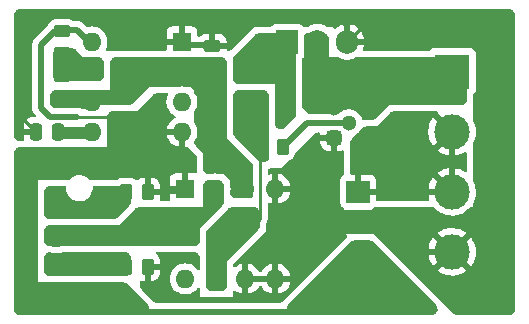
<source format=gbr>
%TF.GenerationSoftware,KiCad,Pcbnew,(6.0.4)*%
%TF.CreationDate,2022-03-30T23:52:19-07:00*%
%TF.ProjectId,pwm_gen_board,70776d5f-6765-46e5-9f62-6f6172642e6b,rev?*%
%TF.SameCoordinates,PX5d42830PY40311b0*%
%TF.FileFunction,Copper,L1,Top*%
%TF.FilePolarity,Positive*%
%FSLAX46Y46*%
G04 Gerber Fmt 4.6, Leading zero omitted, Abs format (unit mm)*
G04 Created by KiCad (PCBNEW (6.0.4)) date 2022-03-30 23:52:19*
%MOMM*%
%LPD*%
G01*
G04 APERTURE LIST*
G04 Aperture macros list*
%AMRoundRect*
0 Rectangle with rounded corners*
0 $1 Rounding radius*
0 $2 $3 $4 $5 $6 $7 $8 $9 X,Y pos of 4 corners*
0 Add a 4 corners polygon primitive as box body*
4,1,4,$2,$3,$4,$5,$6,$7,$8,$9,$2,$3,0*
0 Add four circle primitives for the rounded corners*
1,1,$1+$1,$2,$3*
1,1,$1+$1,$4,$5*
1,1,$1+$1,$6,$7*
1,1,$1+$1,$8,$9*
0 Add four rect primitives between the rounded corners*
20,1,$1+$1,$2,$3,$4,$5,0*
20,1,$1+$1,$4,$5,$6,$7,0*
20,1,$1+$1,$6,$7,$8,$9,0*
20,1,$1+$1,$8,$9,$2,$3,0*%
G04 Aperture macros list end*
%TA.AperFunction,SMDPad,CuDef*%
%ADD10RoundRect,0.250000X-0.262500X-0.450000X0.262500X-0.450000X0.262500X0.450000X-0.262500X0.450000X0*%
%TD*%
%TA.AperFunction,SMDPad,CuDef*%
%ADD11RoundRect,0.250000X-0.450000X0.262500X-0.450000X-0.262500X0.450000X-0.262500X0.450000X0.262500X0*%
%TD*%
%TA.AperFunction,SMDPad,CuDef*%
%ADD12RoundRect,0.250000X0.250000X0.475000X-0.250000X0.475000X-0.250000X-0.475000X0.250000X-0.475000X0*%
%TD*%
%TA.AperFunction,SMDPad,CuDef*%
%ADD13RoundRect,0.250000X0.475000X-0.250000X0.475000X0.250000X-0.475000X0.250000X-0.475000X-0.250000X0*%
%TD*%
%TA.AperFunction,SMDPad,CuDef*%
%ADD14RoundRect,0.250000X0.262500X0.450000X-0.262500X0.450000X-0.262500X-0.450000X0.262500X-0.450000X0*%
%TD*%
%TA.AperFunction,ComponentPad*%
%ADD15RoundRect,0.250000X-0.725000X0.600000X-0.725000X-0.600000X0.725000X-0.600000X0.725000X0.600000X0*%
%TD*%
%TA.AperFunction,ComponentPad*%
%ADD16O,1.950000X1.700000*%
%TD*%
%TA.AperFunction,ComponentPad*%
%ADD17RoundRect,0.325000X0.325000X-0.325000X0.325000X0.325000X-0.325000X0.325000X-0.325000X-0.325000X0*%
%TD*%
%TA.AperFunction,ComponentPad*%
%ADD18C,1.300000*%
%TD*%
%TA.AperFunction,ComponentPad*%
%ADD19R,1.905000X2.000000*%
%TD*%
%TA.AperFunction,ComponentPad*%
%ADD20O,1.905000X2.000000*%
%TD*%
%TA.AperFunction,ComponentPad*%
%ADD21R,3.000000X3.000000*%
%TD*%
%TA.AperFunction,ComponentPad*%
%ADD22C,3.000000*%
%TD*%
%TA.AperFunction,ComponentPad*%
%ADD23R,1.600000X1.600000*%
%TD*%
%TA.AperFunction,ComponentPad*%
%ADD24O,1.600000X1.600000*%
%TD*%
%TA.AperFunction,ComponentPad*%
%ADD25R,2.000000X1.905000*%
%TD*%
%TA.AperFunction,ComponentPad*%
%ADD26O,2.000000X1.905000*%
%TD*%
%TA.AperFunction,Conductor*%
%ADD27C,0.250000*%
%TD*%
%TA.AperFunction,Conductor*%
%ADD28C,1.000000*%
%TD*%
%TA.AperFunction,Conductor*%
%ADD29C,2.000000*%
%TD*%
%TA.AperFunction,Conductor*%
%ADD30C,0.500000*%
%TD*%
G04 APERTURE END LIST*
D10*
%TO.P,R5,1*%
%TO.N,Net-(R5-Pad1)*%
X21947500Y-12700000D03*
%TO.P,R5,2*%
%TO.N,Net-(Q1-Pad2)*%
X23772500Y-12700000D03*
%TD*%
D11*
%TO.P,R2,1*%
%TO.N,Net-(R1-Pad2)*%
X5080000Y-6707500D03*
%TO.P,R2,2*%
%TO.N,/RAMP*%
X5080000Y-8532500D03*
%TD*%
%TO.P,R1,1*%
%TO.N,+5V*%
X5080000Y-2897500D03*
%TO.P,R1,2*%
%TO.N,Net-(R1-Pad2)*%
X5080000Y-4722500D03*
%TD*%
D10*
%TO.P,R4,1*%
%TO.N,/TWO_THIRDS*%
X10517500Y-22860000D03*
%TO.P,R4,2*%
%TO.N,GND*%
X12342500Y-22860000D03*
%TD*%
D12*
%TO.P,C1,1*%
%TO.N,Net-(C1-Pad1)*%
X4760000Y-11430000D03*
%TO.P,C1,2*%
%TO.N,GND*%
X2860000Y-11430000D03*
%TD*%
D13*
%TO.P,C2,1*%
%TO.N,/RAMP*%
X17780000Y-6030000D03*
%TO.P,C2,2*%
%TO.N,GND*%
X17780000Y-4130000D03*
%TD*%
D14*
%TO.P,R3,1*%
%TO.N,+5V*%
X12342500Y-16510000D03*
%TO.P,R3,2*%
%TO.N,/ONE_THIRD*%
X10517500Y-16510000D03*
%TD*%
D10*
%TO.P,R6,1*%
%TO.N,Net-(R5-Pad1)*%
X21947500Y-8890000D03*
%TO.P,R6,2*%
%TO.N,Net-(Q2-Pad1)*%
X23772500Y-8890000D03*
%TD*%
D15*
%TO.P,RV1,1,1*%
%TO.N,/ONE_THIRD*%
X4555000Y-17820000D03*
D16*
%TO.P,RV1,2,2*%
%TO.N,/Threshold*%
X4555000Y-20320000D03*
%TO.P,RV1,3,3*%
%TO.N,/TWO_THIRDS*%
X4555000Y-22820000D03*
%TD*%
D17*
%TO.P,Q1,1,E*%
%TO.N,GND*%
X28088000Y-11938000D03*
D18*
%TO.P,Q1,2,B*%
%TO.N,Net-(Q1-Pad2)*%
X29358000Y-10668000D03*
%TO.P,Q1,3,C*%
%TO.N,/PWM_SINK*%
X28088000Y-9398000D03*
%TD*%
D19*
%TO.P,Q2,1,G*%
%TO.N,Net-(Q2-Pad1)*%
X24130000Y-3810000D03*
D20*
%TO.P,Q2,2,D*%
%TO.N,/PWM_SINK*%
X26670000Y-3810000D03*
%TO.P,Q2,3,S*%
%TO.N,GND*%
X29210000Y-3810000D03*
%TD*%
D21*
%TO.P,J1,1,Pin_1*%
%TO.N,/PWM_SINK*%
X38100000Y-6350000D03*
D22*
%TO.P,J1,2,Pin_2*%
%TO.N,VPP*%
X38100000Y-11430000D03*
%TO.P,J1,3,Pin_3*%
X38100000Y-16510000D03*
%TO.P,J1,4,Pin_4*%
%TO.N,GND*%
X38100000Y-21590000D03*
%TD*%
D23*
%TO.P,U3,1,V+*%
%TO.N,+5V*%
X15504000Y-16266000D03*
D24*
%TO.P,U3,2,+*%
%TO.N,/Threshold*%
X18044000Y-16266000D03*
%TO.P,U3,3,-*%
%TO.N,/RAMP*%
X20584000Y-16266000D03*
%TO.P,U3,4,V-*%
%TO.N,GND*%
X23124000Y-16266000D03*
%TO.P,U3,5,LATCH*%
X23124000Y-23886000D03*
%TO.P,U3,6,GND*%
X20584000Y-23886000D03*
%TO.P,U3,7,Q*%
%TO.N,Net-(R5-Pad1)*%
X18044000Y-23886000D03*
%TO.P,U3,8,~{Q}*%
%TO.N,unconnected-(U3-Pad8)*%
X15504000Y-23886000D03*
%TD*%
D25*
%TO.P,U1,1,VI*%
%TO.N,VPP*%
X30155000Y-16510000D03*
D26*
%TO.P,U1,2,GND*%
%TO.N,GND*%
X30155000Y-19050000D03*
%TO.P,U1,3,VO*%
%TO.N,+5V*%
X30155000Y-21590000D03*
%TD*%
D23*
%TO.P,U2,1,GND*%
%TO.N,GND*%
X15230000Y-3820000D03*
D24*
%TO.P,U2,2,TR*%
%TO.N,/RAMP*%
X15230000Y-6360000D03*
%TO.P,U2,3,Q*%
%TO.N,unconnected-(U2-Pad3)*%
X15230000Y-8900000D03*
%TO.P,U2,4,R*%
%TO.N,+5V*%
X15230000Y-11440000D03*
%TO.P,U2,5,CV*%
%TO.N,Net-(C1-Pad1)*%
X7610000Y-11440000D03*
%TO.P,U2,6,THR*%
%TO.N,/RAMP*%
X7610000Y-8900000D03*
%TO.P,U2,7,DIS*%
%TO.N,Net-(R1-Pad2)*%
X7610000Y-6360000D03*
%TO.P,U2,8,VCC*%
%TO.N,+5V*%
X7610000Y-3820000D03*
%TD*%
D27*
%TO.N,+5V*%
X15240000Y-16510000D02*
X15504000Y-16774000D01*
X12342500Y-16510000D02*
X15240000Y-16510000D01*
X12342500Y-14628500D02*
X12342500Y-16510000D01*
X12192000Y-14478000D02*
X12342500Y-14628500D01*
X12192000Y-13208000D02*
X12192000Y-14478000D01*
X13880000Y-11520000D02*
X12192000Y-13208000D01*
X3048000Y-14478000D02*
X12192000Y-14478000D01*
X1524000Y-16002000D02*
X3048000Y-14478000D01*
X1524000Y-22860000D02*
X1524000Y-16002000D01*
X5334000Y-26670000D02*
X1524000Y-22860000D01*
D28*
%TO.N,Net-(C1-Pad1)*%
X7420000Y-11520000D02*
X4850000Y-11520000D01*
D27*
X4850000Y-11520000D02*
X4760000Y-11430000D01*
%TO.N,GND*%
X12342500Y-24026500D02*
X12342500Y-22860000D01*
X17780000Y-4130000D02*
X17714000Y-4064000D01*
X41910000Y-17780000D02*
X41910000Y-5080000D01*
X2540000Y-1270000D02*
X1270000Y-2540000D01*
X27178000Y-18034000D02*
X26416000Y-18796000D01*
X29210000Y-3810000D02*
X29210000Y-2540000D01*
X28088000Y-14584000D02*
X27178000Y-15494000D01*
D29*
X31750000Y-19050000D02*
X30155000Y-19050000D01*
D27*
X15230000Y-3820000D02*
X15240000Y-1270000D01*
X28088000Y-11938000D02*
X28088000Y-14584000D01*
X20574000Y-23876000D02*
X20574000Y-25654000D01*
X27178000Y-18034000D02*
X27178000Y-16764000D01*
X17780000Y-1270000D02*
X17780000Y-4130000D01*
D29*
X30155000Y-19050000D02*
X28194000Y-19050000D01*
D27*
X13970000Y-25654000D02*
X12342500Y-24026500D01*
X29210000Y-2540000D02*
X27940000Y-1270000D01*
X20574000Y-25654000D02*
X13970000Y-25654000D01*
X27940000Y-1270000D02*
X17780000Y-1270000D01*
X39624000Y-2794000D02*
X30226000Y-2794000D01*
X30226000Y-2794000D02*
X29210000Y-3810000D01*
X23124000Y-22068000D02*
X23124000Y-24394000D01*
X34290000Y-21590000D02*
X31750000Y-19050000D01*
X15474000Y-4064000D02*
X15230000Y-3820000D01*
X15240000Y-1270000D02*
X2540000Y-1270000D01*
X1270000Y-9840000D02*
X2860000Y-11430000D01*
X41910000Y-5080000D02*
X39624000Y-2794000D01*
X38100000Y-21590000D02*
X41910000Y-17780000D01*
D30*
X38100000Y-21590000D02*
X34290000Y-21590000D01*
D27*
X23124000Y-16256000D02*
X27168000Y-16256000D01*
X27178000Y-16764000D02*
X27178000Y-15494000D01*
X28194000Y-19050000D02*
X27178000Y-18034000D01*
X1270000Y-2540000D02*
X1270000Y-9840000D01*
X26416000Y-18796000D02*
X26406000Y-18786000D01*
D30*
X17714000Y-4064000D02*
X15474000Y-4064000D01*
D27*
X26406000Y-18786000D02*
X23124000Y-22068000D01*
%TO.N,/RAMP*%
X20584000Y-15250000D02*
X17780000Y-12446000D01*
X17780000Y-12446000D02*
X17780000Y-6030000D01*
X11025500Y-8532500D02*
X5080000Y-8532500D01*
X17780000Y-6030000D02*
X17370000Y-6440000D01*
X13118000Y-6440000D02*
X11025500Y-8532500D01*
X20584000Y-16774000D02*
X20584000Y-15250000D01*
X17370000Y-6440000D02*
X13118000Y-6440000D01*
%TO.N,/PWM_SINK*%
X28088000Y-9398000D02*
X28088000Y-7768000D01*
X29506000Y-6350000D02*
X38100000Y-6350000D01*
X28088000Y-7768000D02*
X26670000Y-6350000D01*
X28088000Y-7768000D02*
X29506000Y-6350000D01*
X26670000Y-6350000D02*
X26670000Y-3810000D01*
D30*
%TO.N,VPP*%
X38100000Y-16510000D02*
X38100000Y-11430000D01*
X30155000Y-16510000D02*
X38100000Y-16510000D01*
%TO.N,Net-(Q1-Pad2)*%
X23772500Y-12700000D02*
X25804500Y-10668000D01*
X25804500Y-10668000D02*
X29358000Y-10668000D01*
D27*
%TO.N,Net-(Q2-Pad1)*%
X24130000Y-8532500D02*
X24130000Y-3810000D01*
X23772500Y-8890000D02*
X24130000Y-8532500D01*
%TO.N,+5V*%
X15230000Y-11440000D02*
X13960000Y-11440000D01*
X9144000Y-10160000D02*
X6350000Y-10160000D01*
D30*
X5080000Y-2897500D02*
X4468500Y-2897500D01*
X4468500Y-2897500D02*
X3302000Y-4064000D01*
X4064000Y-10160000D02*
X6350000Y-10160000D01*
X7420000Y-3900000D02*
X6314000Y-2794000D01*
X3302000Y-4064000D02*
X3302000Y-9398000D01*
D27*
X13880000Y-11520000D02*
X10504000Y-11520000D01*
D30*
X30155000Y-23059980D02*
X26544980Y-26670000D01*
D27*
X5183500Y-2794000D02*
X5080000Y-2897500D01*
X13960000Y-11440000D02*
X13880000Y-11520000D01*
D30*
X6314000Y-2794000D02*
X5183500Y-2794000D01*
X3302000Y-9398000D02*
X4064000Y-10160000D01*
X30155000Y-21590000D02*
X30155000Y-23059980D01*
X10504000Y-11520000D02*
X9144000Y-10160000D01*
X26544980Y-26670000D02*
X5334000Y-26670000D01*
D27*
%TO.N,Net-(R1-Pad2)*%
X7420000Y-6440000D02*
X5347500Y-6440000D01*
X5080000Y-4722500D02*
X5080000Y-6707500D01*
X5347500Y-6440000D02*
X5080000Y-6707500D01*
%TO.N,/ONE_THIRD*%
X4555000Y-17820000D02*
X9207500Y-17820000D01*
X9207500Y-17820000D02*
X10517500Y-16510000D01*
%TO.N,/TWO_THIRDS*%
X10477500Y-22820000D02*
X10517500Y-22860000D01*
X4555000Y-22820000D02*
X10477500Y-22820000D01*
D30*
%TO.N,Net-(R5-Pad1)*%
X21947500Y-12700000D02*
X21947500Y-8890000D01*
D27*
X21947500Y-12700000D02*
X21844000Y-12803500D01*
X18044000Y-22596000D02*
X21844000Y-18796000D01*
X18044000Y-23886000D02*
X18044000Y-22596000D01*
X21844000Y-18796000D02*
X21844000Y-12803500D01*
%TO.N,/Threshold*%
X4555000Y-20320000D02*
X15240000Y-20320000D01*
X15240000Y-20320000D02*
X18044000Y-17516000D01*
X18044000Y-17516000D02*
X18044000Y-16774000D01*
%TD*%
%TA.AperFunction,Conductor*%
%TO.N,/ONE_THIRD*%
G36*
X5389043Y-16022002D02*
G01*
X5435536Y-16075658D01*
X5445618Y-16146080D01*
X5442787Y-16165604D01*
X5452567Y-16376899D01*
X5502125Y-16582534D01*
X5504607Y-16587992D01*
X5504608Y-16587996D01*
X5548053Y-16683546D01*
X5589674Y-16775087D01*
X5712054Y-16947611D01*
X5864850Y-17093881D01*
X6042548Y-17208620D01*
X6048114Y-17210863D01*
X6233168Y-17285442D01*
X6233171Y-17285443D01*
X6238737Y-17287686D01*
X6446337Y-17328228D01*
X6451899Y-17328500D01*
X6607846Y-17328500D01*
X6765566Y-17313452D01*
X6968534Y-17253908D01*
X7052111Y-17210863D01*
X7151249Y-17159804D01*
X7151252Y-17159802D01*
X7156580Y-17157058D01*
X7322920Y-17026396D01*
X7326852Y-17021865D01*
X7326855Y-17021862D01*
X7457621Y-16871167D01*
X7461552Y-16866637D01*
X7464552Y-16861451D01*
X7464555Y-16861447D01*
X7564467Y-16688742D01*
X7567473Y-16683546D01*
X7636861Y-16483729D01*
X7667213Y-16274396D01*
X7662455Y-16171601D01*
X7660707Y-16133825D01*
X7677538Y-16064853D01*
X7728987Y-16015929D01*
X7786572Y-16002000D01*
X10405741Y-16002000D01*
X10422188Y-16003078D01*
X10529034Y-16017145D01*
X10560805Y-16025658D01*
X10652676Y-16063712D01*
X10681162Y-16080159D01*
X10760050Y-16140692D01*
X10783308Y-16163950D01*
X10843841Y-16242838D01*
X10860288Y-16271324D01*
X10898342Y-16363195D01*
X10906855Y-16394966D01*
X10920922Y-16501812D01*
X10922000Y-16518259D01*
X10922000Y-17307321D01*
X10920922Y-17323768D01*
X10906855Y-17430614D01*
X10898342Y-17462385D01*
X10860288Y-17554256D01*
X10843841Y-17582742D01*
X10778236Y-17668240D01*
X10767369Y-17680631D01*
X9806631Y-18641369D01*
X9794240Y-18652236D01*
X9708742Y-18717841D01*
X9680256Y-18734288D01*
X9588385Y-18772342D01*
X9556614Y-18780855D01*
X9449768Y-18794922D01*
X9433321Y-18796000D01*
X4072259Y-18796000D01*
X4055812Y-18794922D01*
X3948966Y-18780855D01*
X3917195Y-18772342D01*
X3825324Y-18734288D01*
X3796838Y-18717841D01*
X3717950Y-18657308D01*
X3694692Y-18634050D01*
X3634159Y-18555162D01*
X3617712Y-18526676D01*
X3579658Y-18434805D01*
X3571145Y-18403034D01*
X3557078Y-18296188D01*
X3556000Y-18279741D01*
X3556000Y-16518259D01*
X3557078Y-16501812D01*
X3571145Y-16394966D01*
X3579658Y-16363195D01*
X3617712Y-16271324D01*
X3634159Y-16242838D01*
X3694692Y-16163950D01*
X3717950Y-16140692D01*
X3796838Y-16080159D01*
X3825324Y-16063712D01*
X3917195Y-16025658D01*
X3948966Y-16017145D01*
X4055812Y-16003078D01*
X4072259Y-16002000D01*
X5320922Y-16002000D01*
X5389043Y-16022002D01*
G37*
%TD.AperFunction*%
%TD*%
%TA.AperFunction,Conductor*%
%TO.N,Net-(R1-Pad2)*%
G36*
X5893768Y-4319078D02*
G01*
X6000614Y-4333145D01*
X6032385Y-4341658D01*
X6124256Y-4379712D01*
X6152742Y-4396159D01*
X6238240Y-4461764D01*
X6250631Y-4472631D01*
X6858000Y-5080000D01*
X7240141Y-5080000D01*
X7272750Y-5084293D01*
X7381913Y-5113543D01*
X7610000Y-5133498D01*
X7838087Y-5113543D01*
X7947250Y-5084293D01*
X7979859Y-5080000D01*
X8119741Y-5080000D01*
X8136188Y-5081078D01*
X8243034Y-5095145D01*
X8274805Y-5103658D01*
X8366676Y-5141712D01*
X8395162Y-5158159D01*
X8474050Y-5218692D01*
X8497308Y-5241950D01*
X8557841Y-5320838D01*
X8574288Y-5349324D01*
X8612342Y-5441195D01*
X8620855Y-5472966D01*
X8634922Y-5579812D01*
X8636000Y-5596259D01*
X8636000Y-6595741D01*
X8634922Y-6612188D01*
X8620855Y-6719034D01*
X8612342Y-6750805D01*
X8574288Y-6842676D01*
X8557841Y-6871162D01*
X8497308Y-6950050D01*
X8474050Y-6973308D01*
X8395162Y-7033841D01*
X8366676Y-7050288D01*
X8274805Y-7088342D01*
X8243034Y-7096855D01*
X8136188Y-7110922D01*
X8119741Y-7112000D01*
X4834259Y-7112000D01*
X4817812Y-7110922D01*
X4710966Y-7096855D01*
X4679195Y-7088342D01*
X4587324Y-7050288D01*
X4558838Y-7033841D01*
X4479950Y-6973308D01*
X4456692Y-6950050D01*
X4396159Y-6871162D01*
X4379712Y-6842676D01*
X4341658Y-6750805D01*
X4333145Y-6719034D01*
X4319078Y-6612188D01*
X4318000Y-6595741D01*
X4318000Y-4834259D01*
X4319078Y-4817812D01*
X4333145Y-4710966D01*
X4341658Y-4679195D01*
X4379712Y-4587324D01*
X4396159Y-4558838D01*
X4456692Y-4479950D01*
X4479950Y-4456692D01*
X4558838Y-4396159D01*
X4587324Y-4379712D01*
X4679195Y-4341658D01*
X4710966Y-4333145D01*
X4817812Y-4319078D01*
X4834259Y-4318000D01*
X5877321Y-4318000D01*
X5893768Y-4319078D01*
G37*
%TD.AperFunction*%
%TD*%
%TA.AperFunction,Conductor*%
%TO.N,/RAMP*%
G36*
X14229717Y-5088018D02*
G01*
X14312289Y-5118973D01*
X14312291Y-5118973D01*
X14319684Y-5121745D01*
X14327532Y-5122598D01*
X14327534Y-5122598D01*
X14378469Y-5128131D01*
X14381866Y-5128500D01*
X16078134Y-5128500D01*
X16081531Y-5128131D01*
X16132466Y-5122598D01*
X16132468Y-5122598D01*
X16140316Y-5121745D01*
X16147709Y-5118973D01*
X16147711Y-5118973D01*
X16230283Y-5088018D01*
X16274512Y-5080000D01*
X16985685Y-5080000D01*
X17025351Y-5086407D01*
X17150139Y-5127797D01*
X17156975Y-5128497D01*
X17156978Y-5128498D01*
X17200031Y-5132909D01*
X17254600Y-5138500D01*
X18305400Y-5138500D01*
X18308646Y-5138163D01*
X18308650Y-5138163D01*
X18404308Y-5128238D01*
X18404312Y-5128237D01*
X18411166Y-5127526D01*
X18417702Y-5125345D01*
X18417713Y-5125343D01*
X18522793Y-5090285D01*
X18579114Y-5084886D01*
X18649683Y-5094177D01*
X18657035Y-5095145D01*
X18688805Y-5103658D01*
X18780676Y-5141712D01*
X18809162Y-5158159D01*
X18888050Y-5218692D01*
X18911308Y-5241950D01*
X18971841Y-5320838D01*
X18988288Y-5349324D01*
X19026342Y-5441195D01*
X19034855Y-5472966D01*
X19048922Y-5579812D01*
X19050000Y-5596259D01*
X19050000Y-11938000D01*
X21173595Y-14061595D01*
X21207621Y-14123907D01*
X21210500Y-14150690D01*
X21210500Y-16890583D01*
X21190498Y-16958704D01*
X21136842Y-17005197D01*
X21100953Y-17015504D01*
X21090194Y-17016921D01*
X21073741Y-17018000D01*
X19820259Y-17018000D01*
X19803812Y-17016922D01*
X19696966Y-17002855D01*
X19665195Y-16994342D01*
X19573324Y-16956288D01*
X19544838Y-16939841D01*
X19465950Y-16879308D01*
X19442692Y-16856050D01*
X19382159Y-16777162D01*
X19365712Y-16748676D01*
X19327658Y-16656805D01*
X19319146Y-16625040D01*
X19318161Y-16617565D01*
X19316918Y-16608121D01*
X19320133Y-16559063D01*
X19337543Y-16494087D01*
X19357498Y-16266000D01*
X19337543Y-16037913D01*
X19308293Y-15928750D01*
X19304000Y-15896141D01*
X19304000Y-15494000D01*
X18796000Y-14986000D01*
X18339219Y-14986000D01*
X18306609Y-14981707D01*
X18272087Y-14972457D01*
X18044000Y-14952502D01*
X17815913Y-14972457D01*
X17781391Y-14981707D01*
X17748781Y-14986000D01*
X17534259Y-14986000D01*
X17517812Y-14984922D01*
X17410966Y-14970855D01*
X17379195Y-14962342D01*
X17287324Y-14924288D01*
X17258838Y-14907841D01*
X17179950Y-14847308D01*
X17156692Y-14824050D01*
X17096159Y-14745162D01*
X17079712Y-14716676D01*
X17041658Y-14624805D01*
X17033145Y-14593034D01*
X17019078Y-14486188D01*
X17018000Y-14469741D01*
X17018000Y-13208000D01*
X16410631Y-12600631D01*
X16399764Y-12588240D01*
X16334159Y-12502742D01*
X16317712Y-12474256D01*
X16279658Y-12382385D01*
X16271145Y-12350614D01*
X16264661Y-12301365D01*
X16275600Y-12231216D01*
X16286370Y-12212647D01*
X16364366Y-12101257D01*
X16367523Y-12096749D01*
X16369846Y-12091767D01*
X16369849Y-12091762D01*
X16461961Y-11894225D01*
X16461961Y-11894224D01*
X16464284Y-11889243D01*
X16523543Y-11668087D01*
X16543498Y-11440000D01*
X16523543Y-11211913D01*
X16464284Y-10990757D01*
X16424109Y-10904600D01*
X16369849Y-10788238D01*
X16369846Y-10788233D01*
X16367523Y-10783251D01*
X16328599Y-10727661D01*
X16278787Y-10656523D01*
X16256000Y-10584252D01*
X16256000Y-9755748D01*
X16278787Y-9683477D01*
X16364366Y-9561258D01*
X16364367Y-9561256D01*
X16367523Y-9556749D01*
X16369846Y-9551767D01*
X16369849Y-9551762D01*
X16461961Y-9354225D01*
X16461961Y-9354224D01*
X16464284Y-9349243D01*
X16523543Y-9128087D01*
X16543498Y-8900000D01*
X16523543Y-8671913D01*
X16515566Y-8642143D01*
X16465707Y-8456067D01*
X16465706Y-8456065D01*
X16464284Y-8450757D01*
X16387056Y-8285139D01*
X16369849Y-8248238D01*
X16369846Y-8248233D01*
X16367523Y-8243251D01*
X16364367Y-8238743D01*
X16364363Y-8238737D01*
X16278111Y-8115556D01*
X16256308Y-8053564D01*
X16256000Y-8053605D01*
X16256000Y-7874000D01*
X16002000Y-7620000D01*
X15525219Y-7620000D01*
X15492609Y-7615707D01*
X15458087Y-7606457D01*
X15230000Y-7586502D01*
X15001913Y-7606457D01*
X14967391Y-7615707D01*
X14934781Y-7620000D01*
X12446000Y-7620000D01*
X11076631Y-8989369D01*
X11064240Y-9000236D01*
X10978742Y-9065841D01*
X10950256Y-9082288D01*
X10858385Y-9120342D01*
X10826614Y-9128855D01*
X10719768Y-9142922D01*
X10703321Y-9144000D01*
X8128000Y-9144000D01*
X7782405Y-9489595D01*
X7720093Y-9523621D01*
X7693310Y-9526500D01*
X6807614Y-9526500D01*
X6750313Y-9512717D01*
X6622708Y-9447558D01*
X6622706Y-9447557D01*
X6616192Y-9444231D01*
X6609087Y-9442492D01*
X6609083Y-9442491D01*
X6526762Y-9422348D01*
X6444390Y-9402192D01*
X6438788Y-9401844D01*
X6438785Y-9401844D01*
X6435175Y-9401620D01*
X6435165Y-9401620D01*
X6433236Y-9401500D01*
X4430371Y-9401500D01*
X4362250Y-9381498D01*
X4341276Y-9364595D01*
X4100905Y-9124224D01*
X4066879Y-9061912D01*
X4064000Y-9035129D01*
X4064000Y-8390259D01*
X4065078Y-8373812D01*
X4079145Y-8266966D01*
X4087658Y-8235195D01*
X4125712Y-8143324D01*
X4142159Y-8114838D01*
X4202692Y-8035950D01*
X4225950Y-8012692D01*
X4304838Y-7952159D01*
X4333324Y-7935712D01*
X4425195Y-7897658D01*
X4456966Y-7889145D01*
X4563812Y-7875078D01*
X4580259Y-7874000D01*
X9144000Y-7874000D01*
X9144000Y-5596259D01*
X9145078Y-5579812D01*
X9159145Y-5472966D01*
X9167658Y-5441195D01*
X9205712Y-5349324D01*
X9222159Y-5320838D01*
X9282692Y-5241950D01*
X9305950Y-5218692D01*
X9384838Y-5158159D01*
X9413324Y-5141712D01*
X9505195Y-5103658D01*
X9536966Y-5095145D01*
X9643812Y-5081078D01*
X9660259Y-5080000D01*
X14185488Y-5080000D01*
X14229717Y-5088018D01*
G37*
%TD.AperFunction*%
%TD*%
%TA.AperFunction,Conductor*%
%TO.N,+5V*%
G36*
X14016560Y-8148002D02*
G01*
X14063053Y-8201658D01*
X14073157Y-8271932D01*
X14062634Y-8307250D01*
X13995716Y-8450757D01*
X13936457Y-8671913D01*
X13916502Y-8900000D01*
X13936457Y-9128087D01*
X13937881Y-9133400D01*
X13937881Y-9133402D01*
X13946281Y-9164749D01*
X13995716Y-9349243D01*
X13998039Y-9354224D01*
X13998039Y-9354225D01*
X14090151Y-9551762D01*
X14090154Y-9551767D01*
X14092477Y-9556749D01*
X14223802Y-9744300D01*
X14385700Y-9906198D01*
X14390208Y-9909355D01*
X14390211Y-9909357D01*
X14468389Y-9964098D01*
X14573251Y-10037523D01*
X14578233Y-10039846D01*
X14578238Y-10039849D01*
X14613049Y-10056081D01*
X14666334Y-10102998D01*
X14685795Y-10171275D01*
X14665253Y-10239235D01*
X14613049Y-10284471D01*
X14578489Y-10300586D01*
X14568993Y-10306069D01*
X14390533Y-10431028D01*
X14382125Y-10438084D01*
X14228084Y-10592125D01*
X14221028Y-10600533D01*
X14096069Y-10778993D01*
X14090586Y-10788489D01*
X13998510Y-10985947D01*
X13994764Y-10996239D01*
X13948606Y-11168503D01*
X13948942Y-11182599D01*
X13956884Y-11186000D01*
X15358000Y-11186000D01*
X15426121Y-11206002D01*
X15472614Y-11259658D01*
X15484000Y-11312000D01*
X15484000Y-12707967D01*
X15487973Y-12721498D01*
X15496522Y-12722727D01*
X15670512Y-12676106D01*
X15741488Y-12677796D01*
X15748000Y-12682203D01*
X15748000Y-12700000D01*
X16355369Y-13307369D01*
X16366236Y-13319760D01*
X16431841Y-13405258D01*
X16448288Y-13433744D01*
X16486342Y-13525615D01*
X16494855Y-13557386D01*
X16508922Y-13664232D01*
X16510000Y-13680679D01*
X16510000Y-14834725D01*
X16489998Y-14902846D01*
X16436342Y-14949339D01*
X16370394Y-14959988D01*
X16355491Y-14958369D01*
X16348672Y-14958000D01*
X15776115Y-14958000D01*
X15760876Y-14962475D01*
X15759671Y-14963865D01*
X15758000Y-14971548D01*
X15758000Y-16394000D01*
X15737998Y-16462121D01*
X15684342Y-16508614D01*
X15632000Y-16520000D01*
X14214116Y-16520000D01*
X14198877Y-16524475D01*
X14197672Y-16525865D01*
X14196001Y-16533548D01*
X14196001Y-17110669D01*
X14196370Y-17117477D01*
X14197990Y-17132397D01*
X14185459Y-17202279D01*
X14137136Y-17254293D01*
X14072726Y-17272000D01*
X13473704Y-17272000D01*
X13405583Y-17251998D01*
X13359090Y-17198342D01*
X13348986Y-17128068D01*
X13350503Y-17119591D01*
X13353005Y-17107921D01*
X13362672Y-17013562D01*
X13363000Y-17007146D01*
X13363000Y-16782115D01*
X13358525Y-16766876D01*
X13357135Y-16765671D01*
X13349452Y-16764000D01*
X12214500Y-16764000D01*
X12146379Y-16743998D01*
X12099886Y-16690342D01*
X12088500Y-16638000D01*
X12088500Y-16237885D01*
X12596500Y-16237885D01*
X12600975Y-16253124D01*
X12602365Y-16254329D01*
X12610048Y-16256000D01*
X13344884Y-16256000D01*
X13360123Y-16251525D01*
X13361328Y-16250135D01*
X13362999Y-16242452D01*
X13362999Y-16012905D01*
X13362662Y-16006386D01*
X13361365Y-15993885D01*
X14196000Y-15993885D01*
X14200475Y-16009124D01*
X14201865Y-16010329D01*
X14209548Y-16012000D01*
X15231885Y-16012000D01*
X15247124Y-16007525D01*
X15248329Y-16006135D01*
X15250000Y-15998452D01*
X15250000Y-14976116D01*
X15245525Y-14960877D01*
X15244135Y-14959672D01*
X15236452Y-14958001D01*
X14659331Y-14958001D01*
X14652510Y-14958371D01*
X14601648Y-14963895D01*
X14586396Y-14967521D01*
X14465946Y-15012676D01*
X14450351Y-15021214D01*
X14348276Y-15097715D01*
X14335715Y-15110276D01*
X14259214Y-15212351D01*
X14250676Y-15227946D01*
X14205522Y-15348394D01*
X14201895Y-15363649D01*
X14196369Y-15414514D01*
X14196000Y-15421328D01*
X14196000Y-15993885D01*
X13361365Y-15993885D01*
X13352743Y-15910794D01*
X13349851Y-15897400D01*
X13298412Y-15743216D01*
X13292239Y-15730038D01*
X13206937Y-15592193D01*
X13197901Y-15580792D01*
X13083171Y-15466261D01*
X13071760Y-15457249D01*
X12933757Y-15372184D01*
X12920576Y-15366037D01*
X12766290Y-15314862D01*
X12752914Y-15311995D01*
X12658562Y-15302328D01*
X12652145Y-15302000D01*
X12614615Y-15302000D01*
X12599376Y-15306475D01*
X12598171Y-15307865D01*
X12596500Y-15315548D01*
X12596500Y-16237885D01*
X12088500Y-16237885D01*
X12088500Y-15320116D01*
X12084025Y-15304877D01*
X12082635Y-15303672D01*
X12074952Y-15302001D01*
X12032905Y-15302001D01*
X12026386Y-15302338D01*
X11930794Y-15312257D01*
X11917400Y-15315149D01*
X11763216Y-15366588D01*
X11750038Y-15372761D01*
X11612193Y-15458063D01*
X11595055Y-15471646D01*
X11594183Y-15470546D01*
X11551316Y-15494000D01*
X11337861Y-15494000D01*
X11269740Y-15473998D01*
X11259768Y-15466881D01*
X11258484Y-15465867D01*
X11253303Y-15460695D01*
X11170895Y-15409898D01*
X11108968Y-15371725D01*
X11108966Y-15371724D01*
X11102738Y-15367885D01*
X11022995Y-15341436D01*
X10941389Y-15314368D01*
X10941387Y-15314368D01*
X10934861Y-15312203D01*
X10928025Y-15311503D01*
X10928022Y-15311502D01*
X10884969Y-15307091D01*
X10830400Y-15301500D01*
X10204600Y-15301500D01*
X10201354Y-15301837D01*
X10201350Y-15301837D01*
X10105692Y-15311762D01*
X10105688Y-15311763D01*
X10098834Y-15312474D01*
X10092298Y-15314655D01*
X10092296Y-15314655D01*
X10075928Y-15320116D01*
X9931054Y-15368450D01*
X9864075Y-15409898D01*
X9786879Y-15457668D01*
X9786876Y-15457671D01*
X9780652Y-15461522D01*
X9775479Y-15466704D01*
X9775426Y-15466746D01*
X9709615Y-15493383D01*
X9697162Y-15494000D01*
X7450217Y-15494000D01*
X7382096Y-15473998D01*
X7363086Y-15459018D01*
X7362089Y-15458063D01*
X7245150Y-15346119D01*
X7067452Y-15231380D01*
X7007354Y-15207160D01*
X6876832Y-15154558D01*
X6876829Y-15154557D01*
X6871263Y-15152314D01*
X6663663Y-15111772D01*
X6658101Y-15111500D01*
X6502154Y-15111500D01*
X6344434Y-15126548D01*
X6141466Y-15186092D01*
X6136139Y-15188836D01*
X6136138Y-15188836D01*
X5958751Y-15280196D01*
X5958748Y-15280198D01*
X5953420Y-15282942D01*
X5787080Y-15413604D01*
X5783149Y-15418134D01*
X5783148Y-15418135D01*
X5754994Y-15450580D01*
X5695240Y-15488921D01*
X5659828Y-15494000D01*
X3048000Y-15494000D01*
X3048000Y-24130000D01*
X4036370Y-24130000D01*
X4069191Y-24134350D01*
X4069814Y-24134518D01*
X4074825Y-24136337D01*
X4080073Y-24137286D01*
X4297608Y-24176623D01*
X4297615Y-24176624D01*
X4301692Y-24177361D01*
X4319414Y-24178197D01*
X4324356Y-24178430D01*
X4324363Y-24178430D01*
X4325844Y-24178500D01*
X4737890Y-24178500D01*
X4804809Y-24172822D01*
X4904409Y-24164371D01*
X4904413Y-24164370D01*
X4909720Y-24163920D01*
X4914875Y-24162582D01*
X4914881Y-24162581D01*
X5024839Y-24134041D01*
X5056493Y-24130000D01*
X10195321Y-24130000D01*
X10211768Y-24131078D01*
X10318614Y-24145145D01*
X10350385Y-24153658D01*
X10442256Y-24191712D01*
X10470742Y-24208159D01*
X10556240Y-24273764D01*
X10568631Y-24284631D01*
X12334213Y-26050213D01*
X12346322Y-26064250D01*
X12418462Y-26161519D01*
X12435893Y-26194130D01*
X12473522Y-26299298D01*
X12480735Y-26335562D01*
X12486216Y-26447123D01*
X12482592Y-26483921D01*
X12455451Y-26592274D01*
X12441303Y-26626432D01*
X12383878Y-26722241D01*
X12360420Y-26750824D01*
X12277659Y-26825834D01*
X12246915Y-26846376D01*
X12145938Y-26894135D01*
X12110554Y-26904869D01*
X12061658Y-26912122D01*
X11990774Y-26922636D01*
X11972287Y-26924000D01*
X1532259Y-26924000D01*
X1515812Y-26922922D01*
X1408966Y-26908855D01*
X1377195Y-26900342D01*
X1285324Y-26862288D01*
X1256838Y-26845841D01*
X1177950Y-26785308D01*
X1154692Y-26762050D01*
X1094159Y-26683162D01*
X1077712Y-26654676D01*
X1039658Y-26562805D01*
X1031145Y-26531034D01*
X1017078Y-26424188D01*
X1016000Y-26407741D01*
X1016000Y-13216259D01*
X1017078Y-13199812D01*
X1031145Y-13092966D01*
X1039658Y-13061195D01*
X1077712Y-12969324D01*
X1094159Y-12940838D01*
X1154692Y-12861950D01*
X1177950Y-12838692D01*
X1256838Y-12778159D01*
X1285324Y-12761712D01*
X1377195Y-12723658D01*
X1408966Y-12715145D01*
X1515812Y-12701078D01*
X1532259Y-12700000D01*
X7240141Y-12700000D01*
X7272750Y-12704293D01*
X7381913Y-12733543D01*
X7610000Y-12753498D01*
X7838087Y-12733543D01*
X7947250Y-12704293D01*
X7979859Y-12700000D01*
X8890000Y-12700000D01*
X8890000Y-11735219D01*
X8893778Y-11706522D01*
X13947273Y-11706522D01*
X13994764Y-11883761D01*
X13998510Y-11894053D01*
X14090586Y-12091511D01*
X14096069Y-12101007D01*
X14221028Y-12279467D01*
X14228084Y-12287875D01*
X14382125Y-12441916D01*
X14390533Y-12448972D01*
X14568993Y-12573931D01*
X14578489Y-12579414D01*
X14775947Y-12671490D01*
X14786239Y-12675236D01*
X14958503Y-12721394D01*
X14972599Y-12721058D01*
X14976000Y-12713116D01*
X14976000Y-11712115D01*
X14971525Y-11696876D01*
X14970135Y-11695671D01*
X14962452Y-11694000D01*
X13962033Y-11694000D01*
X13948502Y-11697973D01*
X13947273Y-11706522D01*
X8893778Y-11706522D01*
X8894293Y-11702607D01*
X8895829Y-11696876D01*
X8903543Y-11668087D01*
X8923498Y-11440000D01*
X8903543Y-11211913D01*
X8894293Y-11177391D01*
X8890000Y-11144781D01*
X8890000Y-10168259D01*
X8891078Y-10151812D01*
X8905145Y-10044966D01*
X8913658Y-10013195D01*
X8951712Y-9921324D01*
X8968159Y-9892838D01*
X9028692Y-9813950D01*
X9051950Y-9790692D01*
X9130838Y-9730159D01*
X9159324Y-9713712D01*
X9251195Y-9675658D01*
X9282966Y-9667145D01*
X9389812Y-9653078D01*
X9406259Y-9652000D01*
X11430000Y-9652000D01*
X12799369Y-8282631D01*
X12811760Y-8271764D01*
X12897258Y-8206159D01*
X12925744Y-8189712D01*
X13017615Y-8151658D01*
X13049386Y-8143145D01*
X13156232Y-8129078D01*
X13172679Y-8128000D01*
X13948439Y-8128000D01*
X14016560Y-8148002D01*
G37*
%TD.AperFunction*%
%TD*%
%TA.AperFunction,Conductor*%
%TO.N,VPP*%
G36*
X36836063Y-9672002D02*
G01*
X36882556Y-9725658D01*
X36892660Y-9795932D01*
X36876178Y-9837648D01*
X36876028Y-9841521D01*
X36882980Y-9853770D01*
X38370115Y-11340905D01*
X38404141Y-11403217D01*
X38399076Y-11474032D01*
X38370115Y-11519095D01*
X36882910Y-13006300D01*
X36875618Y-13019654D01*
X36882673Y-13029627D01*
X36913679Y-13055551D01*
X36920598Y-13060579D01*
X37145272Y-13201515D01*
X37152807Y-13205556D01*
X37394520Y-13314694D01*
X37402551Y-13317680D01*
X37656832Y-13393002D01*
X37665184Y-13394869D01*
X37927340Y-13434984D01*
X37935874Y-13435700D01*
X38201045Y-13439867D01*
X38209596Y-13439418D01*
X38472883Y-13407557D01*
X38481284Y-13405955D01*
X38737824Y-13338653D01*
X38745926Y-13335926D01*
X38990949Y-13234434D01*
X38998617Y-13230628D01*
X39180429Y-13124385D01*
X39249336Y-13107286D01*
X39316548Y-13130155D01*
X39360727Y-13185731D01*
X39370000Y-13233173D01*
X39370000Y-14708193D01*
X39349998Y-14776314D01*
X39296342Y-14822807D01*
X39226068Y-14832911D01*
X39178165Y-14815626D01*
X39036122Y-14728581D01*
X39028552Y-14724624D01*
X38785704Y-14618022D01*
X38777644Y-14615120D01*
X38522592Y-14542467D01*
X38514214Y-14540685D01*
X38251656Y-14503318D01*
X38243111Y-14502691D01*
X37977908Y-14501302D01*
X37969374Y-14501839D01*
X37706433Y-14536456D01*
X37698035Y-14538149D01*
X37442238Y-14608127D01*
X37434143Y-14610946D01*
X37190199Y-14714997D01*
X37182577Y-14718881D01*
X36955013Y-14855075D01*
X36947981Y-14859962D01*
X36885053Y-14910377D01*
X36876584Y-14922500D01*
X36882980Y-14933770D01*
X38370115Y-16420905D01*
X38404141Y-16483217D01*
X38399076Y-16554032D01*
X38370115Y-16599095D01*
X38189095Y-16780115D01*
X38126783Y-16814141D01*
X38055968Y-16809076D01*
X38010905Y-16780115D01*
X36523814Y-15293024D01*
X36511804Y-15286466D01*
X36500064Y-15295434D01*
X36391935Y-15445911D01*
X36387418Y-15453196D01*
X36263325Y-15687567D01*
X36259839Y-15695395D01*
X36168700Y-15944446D01*
X36166311Y-15952670D01*
X36109812Y-16211795D01*
X36108563Y-16220250D01*
X36087754Y-16484653D01*
X36087665Y-16493204D01*
X36102932Y-16757969D01*
X36104005Y-16766470D01*
X36155065Y-17026722D01*
X36157276Y-17034974D01*
X36181315Y-17105187D01*
X36184457Y-17176114D01*
X36148753Y-17237480D01*
X36085541Y-17269802D01*
X36062108Y-17272000D01*
X31789000Y-17272000D01*
X31720879Y-17251998D01*
X31674386Y-17198342D01*
X31663000Y-17146000D01*
X31663000Y-16782115D01*
X31658525Y-16766876D01*
X31657135Y-16765671D01*
X31649452Y-16764000D01*
X30027000Y-16764000D01*
X29958879Y-16743998D01*
X29912386Y-16690342D01*
X29901000Y-16638000D01*
X29901000Y-16237885D01*
X30409000Y-16237885D01*
X30413475Y-16253124D01*
X30414865Y-16254329D01*
X30422548Y-16256000D01*
X31644884Y-16256000D01*
X31660123Y-16251525D01*
X31661328Y-16250135D01*
X31662999Y-16242452D01*
X31662999Y-15512831D01*
X31662629Y-15506010D01*
X31657105Y-15455148D01*
X31653479Y-15439896D01*
X31608324Y-15319446D01*
X31599786Y-15303851D01*
X31523285Y-15201776D01*
X31510724Y-15189215D01*
X31408649Y-15112714D01*
X31393054Y-15104176D01*
X31272606Y-15059022D01*
X31257351Y-15055395D01*
X31206486Y-15049869D01*
X31199672Y-15049500D01*
X30427115Y-15049500D01*
X30411876Y-15053975D01*
X30410671Y-15055365D01*
X30409000Y-15063048D01*
X30409000Y-16237885D01*
X29901000Y-16237885D01*
X29901000Y-15067616D01*
X29896525Y-15052377D01*
X29895135Y-15051172D01*
X29887452Y-15049501D01*
X29590000Y-15049501D01*
X29521879Y-15029499D01*
X29475386Y-14975843D01*
X29464000Y-14923501D01*
X29464000Y-12410679D01*
X29465078Y-12394232D01*
X29479145Y-12287386D01*
X29487658Y-12255615D01*
X29525712Y-12163744D01*
X29542159Y-12135258D01*
X29607764Y-12049760D01*
X29618631Y-12037369D01*
X30085193Y-11570807D01*
X30093719Y-11563028D01*
X30176255Y-11494384D01*
X30180693Y-11490693D01*
X30245140Y-11413204D01*
X36087665Y-11413204D01*
X36102932Y-11677969D01*
X36104005Y-11686470D01*
X36155065Y-11946722D01*
X36157276Y-11954974D01*
X36243184Y-12205894D01*
X36246499Y-12213779D01*
X36365664Y-12450713D01*
X36370020Y-12458079D01*
X36499347Y-12646250D01*
X36509601Y-12654594D01*
X36523342Y-12647448D01*
X37727978Y-11442812D01*
X37735592Y-11428868D01*
X37735461Y-11427035D01*
X37731210Y-11420420D01*
X36523814Y-10213024D01*
X36511804Y-10206466D01*
X36500064Y-10215434D01*
X36391935Y-10365911D01*
X36387418Y-10373196D01*
X36263325Y-10607567D01*
X36259839Y-10615395D01*
X36168700Y-10864446D01*
X36166311Y-10872670D01*
X36109812Y-11131795D01*
X36108563Y-11140250D01*
X36087754Y-11404653D01*
X36087665Y-11413204D01*
X30245140Y-11413204D01*
X30253029Y-11403718D01*
X30260807Y-11395193D01*
X30579369Y-11076631D01*
X30591760Y-11065764D01*
X30677258Y-11000159D01*
X30705744Y-10983712D01*
X30797615Y-10945658D01*
X30829386Y-10937145D01*
X30936232Y-10923078D01*
X30952679Y-10922000D01*
X31750000Y-10922000D01*
X32865369Y-9806631D01*
X32877760Y-9795764D01*
X32963258Y-9730159D01*
X32991744Y-9713712D01*
X33083615Y-9675658D01*
X33115386Y-9667145D01*
X33222232Y-9653078D01*
X33238679Y-9652000D01*
X36767942Y-9652000D01*
X36836063Y-9672002D01*
G37*
%TD.AperFunction*%
%TD*%
%TA.AperFunction,Conductor*%
%TO.N,Net-(Q2-Pad1)*%
G36*
X24392188Y-3049078D02*
G01*
X24499034Y-3063145D01*
X24530805Y-3071658D01*
X24622676Y-3109712D01*
X24651162Y-3126159D01*
X24730050Y-3186692D01*
X24753308Y-3209950D01*
X24813841Y-3288838D01*
X24830288Y-3317324D01*
X24868342Y-3409195D01*
X24876855Y-3440966D01*
X24890922Y-3547812D01*
X24892000Y-3564259D01*
X24892000Y-9941321D01*
X24890922Y-9957768D01*
X24876855Y-10064614D01*
X24868342Y-10096385D01*
X24830288Y-10188256D01*
X24813841Y-10216742D01*
X24748236Y-10302240D01*
X24737369Y-10314631D01*
X23987787Y-11064213D01*
X23973750Y-11076322D01*
X23876481Y-11148462D01*
X23843870Y-11165893D01*
X23738702Y-11203522D01*
X23702438Y-11210735D01*
X23664640Y-11212592D01*
X23590876Y-11216216D01*
X23554079Y-11212592D01*
X23445726Y-11185451D01*
X23411568Y-11171303D01*
X23315757Y-11113876D01*
X23287176Y-11090420D01*
X23212166Y-11007659D01*
X23191624Y-10976915D01*
X23143865Y-10875938D01*
X23133131Y-10840553D01*
X23115364Y-10720774D01*
X23114000Y-10702287D01*
X23114000Y-7366000D01*
X20074259Y-7366000D01*
X20057812Y-7364922D01*
X19950966Y-7350855D01*
X19919195Y-7342342D01*
X19827324Y-7304288D01*
X19798838Y-7287841D01*
X19719950Y-7227308D01*
X19696692Y-7204050D01*
X19636159Y-7125162D01*
X19619712Y-7096676D01*
X19581658Y-7004805D01*
X19573145Y-6973034D01*
X19559078Y-6866188D01*
X19558000Y-6849741D01*
X19558000Y-5298679D01*
X19559078Y-5282232D01*
X19573145Y-5175386D01*
X19581658Y-5143615D01*
X19619712Y-5051744D01*
X19636159Y-5023258D01*
X19701764Y-4937760D01*
X19712631Y-4925369D01*
X21435369Y-3202631D01*
X21447760Y-3191764D01*
X21533258Y-3126159D01*
X21561744Y-3109712D01*
X21653615Y-3071658D01*
X21685386Y-3063145D01*
X21792232Y-3049078D01*
X21808679Y-3048000D01*
X24375741Y-3048000D01*
X24392188Y-3049078D01*
G37*
%TD.AperFunction*%
%TD*%
%TA.AperFunction,Conductor*%
%TO.N,Net-(R5-Pad1)*%
G36*
X21344188Y-17781078D02*
G01*
X21451034Y-17795145D01*
X21482805Y-17803658D01*
X21574676Y-17841712D01*
X21603162Y-17858159D01*
X21682050Y-17918692D01*
X21705308Y-17941950D01*
X21765841Y-18020838D01*
X21782288Y-18049324D01*
X21820342Y-18141195D01*
X21828855Y-18172966D01*
X21842922Y-18279812D01*
X21844000Y-18296259D01*
X21844000Y-19339321D01*
X21842922Y-19355768D01*
X21828855Y-19462614D01*
X21820342Y-19494385D01*
X21782288Y-19586256D01*
X21765841Y-19614742D01*
X21700236Y-19700240D01*
X21689369Y-19712631D01*
X19050000Y-22352000D01*
X19050000Y-24375741D01*
X19048922Y-24392188D01*
X19034855Y-24499034D01*
X19026342Y-24530805D01*
X18988288Y-24622676D01*
X18971841Y-24651162D01*
X18911308Y-24730050D01*
X18888050Y-24753308D01*
X18809162Y-24813841D01*
X18780676Y-24830288D01*
X18688805Y-24868342D01*
X18657034Y-24876855D01*
X18550188Y-24890922D01*
X18533741Y-24892000D01*
X17788259Y-24892000D01*
X17771812Y-24890922D01*
X17664966Y-24876855D01*
X17633195Y-24868342D01*
X17541324Y-24830288D01*
X17512838Y-24813841D01*
X17433950Y-24753308D01*
X17410692Y-24730050D01*
X17350159Y-24651162D01*
X17333712Y-24622676D01*
X17295658Y-24530805D01*
X17287145Y-24499034D01*
X17273078Y-24392188D01*
X17272000Y-24375741D01*
X17272000Y-20030679D01*
X17273078Y-20014232D01*
X17287145Y-19907386D01*
X17295658Y-19875615D01*
X17333712Y-19783744D01*
X17350159Y-19755258D01*
X17415764Y-19669760D01*
X17426631Y-19657369D01*
X19149369Y-17934631D01*
X19161760Y-17923764D01*
X19247258Y-17858159D01*
X19275744Y-17841712D01*
X19367615Y-17803658D01*
X19399386Y-17795145D01*
X19506232Y-17781078D01*
X19522679Y-17780000D01*
X21327741Y-17780000D01*
X21344188Y-17781078D01*
G37*
%TD.AperFunction*%
%TD*%
%TA.AperFunction,Conductor*%
%TO.N,/Threshold*%
G36*
X18296188Y-15495078D02*
G01*
X18403034Y-15509145D01*
X18434805Y-15517658D01*
X18526676Y-15555712D01*
X18555162Y-15572159D01*
X18634050Y-15632692D01*
X18657308Y-15655950D01*
X18717841Y-15734838D01*
X18734288Y-15763324D01*
X18772342Y-15855195D01*
X18780855Y-15886966D01*
X18794922Y-15993812D01*
X18796000Y-16010259D01*
X18796000Y-17307321D01*
X18794922Y-17323768D01*
X18780855Y-17430614D01*
X18772342Y-17462385D01*
X18734288Y-17554256D01*
X18717841Y-17582742D01*
X18652236Y-17668240D01*
X18641369Y-17680631D01*
X16764000Y-19558000D01*
X16764000Y-20565741D01*
X16762922Y-20582188D01*
X16748855Y-20689034D01*
X16740342Y-20720805D01*
X16702288Y-20812676D01*
X16685841Y-20841162D01*
X16625308Y-20920050D01*
X16602050Y-20943308D01*
X16523162Y-21003841D01*
X16494676Y-21020288D01*
X16402805Y-21058342D01*
X16371034Y-21066855D01*
X16264188Y-21080922D01*
X16247741Y-21082000D01*
X4072259Y-21082000D01*
X4055812Y-21080922D01*
X3948966Y-21066855D01*
X3917195Y-21058342D01*
X3825324Y-21020288D01*
X3796838Y-21003841D01*
X3717950Y-20943308D01*
X3694692Y-20920050D01*
X3634159Y-20841162D01*
X3617712Y-20812676D01*
X3579658Y-20720805D01*
X3571145Y-20689034D01*
X3557078Y-20582188D01*
X3556000Y-20565741D01*
X3556000Y-19820259D01*
X3557078Y-19803812D01*
X3571145Y-19696966D01*
X3579658Y-19665195D01*
X3617712Y-19573324D01*
X3634159Y-19544838D01*
X3694692Y-19465950D01*
X3717950Y-19442692D01*
X3796838Y-19382159D01*
X3825324Y-19365712D01*
X3917195Y-19327658D01*
X3948966Y-19319145D01*
X4055812Y-19305078D01*
X4072259Y-19304000D01*
X9906000Y-19304000D01*
X11275369Y-17934631D01*
X11287760Y-17923764D01*
X11373258Y-17858159D01*
X11401744Y-17841712D01*
X11493615Y-17803658D01*
X11525386Y-17795145D01*
X11632232Y-17781078D01*
X11648679Y-17780000D01*
X17018000Y-17780000D01*
X17018000Y-16010259D01*
X17019078Y-15993812D01*
X17033145Y-15886966D01*
X17041658Y-15855195D01*
X17079712Y-15763324D01*
X17096159Y-15734838D01*
X17156692Y-15655950D01*
X17179950Y-15632692D01*
X17258838Y-15572159D01*
X17287324Y-15555712D01*
X17379195Y-15517658D01*
X17410966Y-15509145D01*
X17517812Y-15495078D01*
X17534259Y-15494000D01*
X18279741Y-15494000D01*
X18296188Y-15495078D01*
G37*
%TD.AperFunction*%
%TD*%
%TA.AperFunction,Conductor*%
%TO.N,/PWM_SINK*%
G36*
X27186188Y-3049078D02*
G01*
X27293034Y-3063145D01*
X27324805Y-3071658D01*
X27416676Y-3109712D01*
X27445162Y-3126159D01*
X27524050Y-3186692D01*
X27547308Y-3209950D01*
X27607841Y-3288838D01*
X27624288Y-3317324D01*
X27662342Y-3409195D01*
X27670855Y-3440966D01*
X27684922Y-3547812D01*
X27686000Y-3564259D01*
X27686000Y-5080000D01*
X28368849Y-5080000D01*
X28429742Y-5095691D01*
X28473333Y-5119754D01*
X28609050Y-5194674D01*
X28613919Y-5196398D01*
X28613923Y-5196400D01*
X28830640Y-5273144D01*
X28830644Y-5273145D01*
X28835515Y-5274870D01*
X28840608Y-5275777D01*
X28840611Y-5275778D01*
X29066948Y-5316095D01*
X29066954Y-5316096D01*
X29072037Y-5317001D01*
X29159400Y-5318068D01*
X29307093Y-5319873D01*
X29307095Y-5319873D01*
X29312263Y-5319936D01*
X29549744Y-5283596D01*
X29677161Y-5241950D01*
X29773183Y-5210566D01*
X29773189Y-5210563D01*
X29778101Y-5208958D01*
X29782687Y-5206571D01*
X29782691Y-5206569D01*
X29980379Y-5103658D01*
X29991200Y-5098025D01*
X29991429Y-5098464D01*
X30055396Y-5080000D01*
X38853741Y-5080000D01*
X38870188Y-5081078D01*
X38977034Y-5095145D01*
X39008805Y-5103658D01*
X39100676Y-5141712D01*
X39129162Y-5158159D01*
X39208050Y-5218692D01*
X39231308Y-5241950D01*
X39291841Y-5320838D01*
X39308288Y-5349324D01*
X39346342Y-5441195D01*
X39354855Y-5472966D01*
X39368922Y-5579812D01*
X39370000Y-5596259D01*
X39370000Y-8627741D01*
X39368922Y-8644188D01*
X39354855Y-8751034D01*
X39346342Y-8782805D01*
X39308288Y-8874676D01*
X39291841Y-8903162D01*
X39231308Y-8982050D01*
X39208050Y-9005308D01*
X39129162Y-9065841D01*
X39100676Y-9082288D01*
X39008805Y-9120342D01*
X38977034Y-9128855D01*
X38870188Y-9142922D01*
X38853741Y-9144000D01*
X32766000Y-9144000D01*
X31650631Y-10259369D01*
X31638240Y-10270236D01*
X31552742Y-10335841D01*
X31524256Y-10352288D01*
X31432385Y-10390342D01*
X31400614Y-10398855D01*
X31293768Y-10412922D01*
X31277321Y-10414000D01*
X30585521Y-10414000D01*
X30517400Y-10393998D01*
X30470907Y-10340342D01*
X30464252Y-10322201D01*
X30446532Y-10259369D01*
X30444186Y-10251052D01*
X30350015Y-10060092D01*
X30222622Y-9889491D01*
X30066271Y-9744963D01*
X29886201Y-9631347D01*
X29688441Y-9552449D01*
X29682781Y-9551323D01*
X29682777Y-9551322D01*
X29485282Y-9512038D01*
X29485280Y-9512038D01*
X29479615Y-9510911D01*
X29473840Y-9510835D01*
X29473836Y-9510835D01*
X29367161Y-9509439D01*
X29266716Y-9508124D01*
X29261019Y-9509103D01*
X29261018Y-9509103D01*
X29062564Y-9543203D01*
X29062561Y-9543204D01*
X29056874Y-9544181D01*
X28857116Y-9617875D01*
X28674134Y-9726739D01*
X28514054Y-9867125D01*
X28511409Y-9870481D01*
X28450428Y-9905878D01*
X28420436Y-9909500D01*
X25963690Y-9909500D01*
X25895569Y-9889498D01*
X25874595Y-9872595D01*
X25554631Y-9552631D01*
X25543764Y-9540240D01*
X25478159Y-9454742D01*
X25461712Y-9426256D01*
X25423658Y-9334385D01*
X25415145Y-9302614D01*
X25401078Y-9195768D01*
X25400000Y-9179321D01*
X25400000Y-5269413D01*
X25420002Y-5201292D01*
X25436905Y-5180318D01*
X25438581Y-5178642D01*
X25445761Y-5173261D01*
X25533115Y-5056705D01*
X25584245Y-4920316D01*
X25591000Y-4858134D01*
X25591000Y-3226537D01*
X25611002Y-3158416D01*
X25640281Y-3126586D01*
X25640828Y-3126166D01*
X25669324Y-3109712D01*
X25761195Y-3071658D01*
X25792966Y-3063145D01*
X25899812Y-3049078D01*
X25916259Y-3048000D01*
X27169741Y-3048000D01*
X27186188Y-3049078D01*
G37*
%TD.AperFunction*%
%TD*%
%TA.AperFunction,Conductor*%
%TO.N,Net-(R5-Pad1)*%
G36*
X22106188Y-7875078D02*
G01*
X22213034Y-7889145D01*
X22244805Y-7897658D01*
X22336676Y-7935712D01*
X22365162Y-7952159D01*
X22444050Y-8012692D01*
X22467308Y-8035950D01*
X22527841Y-8114838D01*
X22544288Y-8143324D01*
X22582342Y-8235195D01*
X22590855Y-8266966D01*
X22604922Y-8373812D01*
X22606000Y-8390259D01*
X22606000Y-13579083D01*
X22604449Y-13598793D01*
X22590475Y-13687026D01*
X22578294Y-13724514D01*
X22542293Y-13795168D01*
X22519124Y-13827057D01*
X22463057Y-13883124D01*
X22431168Y-13906293D01*
X22360514Y-13942294D01*
X22323029Y-13954474D01*
X22234793Y-13968449D01*
X22215083Y-13970000D01*
X22062679Y-13970000D01*
X22046232Y-13968922D01*
X21939386Y-13954855D01*
X21907615Y-13946342D01*
X21815744Y-13908288D01*
X21787258Y-13891841D01*
X21701760Y-13826236D01*
X21689369Y-13815369D01*
X19712631Y-11838631D01*
X19701764Y-11826240D01*
X19636159Y-11740742D01*
X19619712Y-11712256D01*
X19581658Y-11620385D01*
X19573145Y-11588614D01*
X19559078Y-11481768D01*
X19558000Y-11465321D01*
X19558000Y-8390259D01*
X19559078Y-8373812D01*
X19573145Y-8266966D01*
X19581658Y-8235195D01*
X19619712Y-8143324D01*
X19636159Y-8114838D01*
X19696692Y-8035950D01*
X19719950Y-8012692D01*
X19798838Y-7952159D01*
X19827324Y-7935712D01*
X19919195Y-7897658D01*
X19950966Y-7889145D01*
X20057812Y-7875078D01*
X20074259Y-7874000D01*
X22089741Y-7874000D01*
X22106188Y-7875078D01*
G37*
%TD.AperFunction*%
%TD*%
%TA.AperFunction,Conductor*%
%TO.N,+5V*%
G36*
X31039768Y-20575078D02*
G01*
X31146614Y-20589145D01*
X31178385Y-20597658D01*
X31270256Y-20635712D01*
X31298742Y-20652159D01*
X31384240Y-20717764D01*
X31396631Y-20728631D01*
X36718213Y-26050213D01*
X36730322Y-26064250D01*
X36802462Y-26161519D01*
X36819893Y-26194130D01*
X36857522Y-26299298D01*
X36864735Y-26335562D01*
X36870216Y-26447123D01*
X36866592Y-26483921D01*
X36839451Y-26592274D01*
X36825303Y-26626432D01*
X36767878Y-26722241D01*
X36744420Y-26750824D01*
X36661659Y-26825834D01*
X36630915Y-26846376D01*
X36529938Y-26894135D01*
X36494554Y-26904869D01*
X36445658Y-26912122D01*
X36374774Y-26922636D01*
X36356287Y-26924000D01*
X24603713Y-26924000D01*
X24585226Y-26922636D01*
X24514342Y-26912122D01*
X24465446Y-26904869D01*
X24430062Y-26894135D01*
X24329085Y-26846376D01*
X24298341Y-26825834D01*
X24215580Y-26750824D01*
X24192122Y-26722241D01*
X24134697Y-26626432D01*
X24120549Y-26592274D01*
X24093408Y-26483921D01*
X24089784Y-26447123D01*
X24095265Y-26335562D01*
X24102478Y-26299298D01*
X24140107Y-26194130D01*
X24157538Y-26161519D01*
X24229678Y-26064250D01*
X24241787Y-26050213D01*
X29563369Y-20728631D01*
X29575760Y-20717764D01*
X29661258Y-20652159D01*
X29689744Y-20635712D01*
X29781615Y-20597658D01*
X29813386Y-20589145D01*
X29920232Y-20575078D01*
X29936679Y-20574000D01*
X31023321Y-20574000D01*
X31039768Y-20575078D01*
G37*
%TD.AperFunction*%
%TD*%
%TA.AperFunction,Conductor*%
%TO.N,GND*%
G36*
X42934188Y-1017078D02*
G01*
X43041034Y-1031145D01*
X43072805Y-1039658D01*
X43164676Y-1077712D01*
X43193162Y-1094159D01*
X43272050Y-1154692D01*
X43295308Y-1177950D01*
X43355841Y-1256838D01*
X43372288Y-1285324D01*
X43410342Y-1377195D01*
X43418855Y-1408966D01*
X43432922Y-1515812D01*
X43434000Y-1532259D01*
X43434000Y-26407741D01*
X43432922Y-26424188D01*
X43418855Y-26531034D01*
X43410342Y-26562805D01*
X43372288Y-26654676D01*
X43355841Y-26683162D01*
X43295308Y-26762050D01*
X43272050Y-26785308D01*
X43193162Y-26845841D01*
X43164676Y-26862288D01*
X43072805Y-26900342D01*
X43041034Y-26908855D01*
X42934188Y-26922922D01*
X42917741Y-26924000D01*
X38572679Y-26924000D01*
X38556232Y-26922922D01*
X38449386Y-26908855D01*
X38417615Y-26900342D01*
X38325744Y-26862288D01*
X38297258Y-26845841D01*
X38211760Y-26780236D01*
X38199369Y-26769369D01*
X34609654Y-23179654D01*
X36875618Y-23179654D01*
X36882673Y-23189627D01*
X36913679Y-23215551D01*
X36920598Y-23220579D01*
X37145272Y-23361515D01*
X37152807Y-23365556D01*
X37394520Y-23474694D01*
X37402551Y-23477680D01*
X37656832Y-23553002D01*
X37665184Y-23554869D01*
X37927340Y-23594984D01*
X37935874Y-23595700D01*
X38201045Y-23599867D01*
X38209596Y-23599418D01*
X38472883Y-23567557D01*
X38481284Y-23565955D01*
X38737824Y-23498653D01*
X38745926Y-23495926D01*
X38990949Y-23394434D01*
X38998617Y-23390628D01*
X39227598Y-23256822D01*
X39234679Y-23252009D01*
X39314655Y-23189301D01*
X39323125Y-23177442D01*
X39316608Y-23165818D01*
X38112812Y-21962022D01*
X38098868Y-21954408D01*
X38097035Y-21954539D01*
X38090420Y-21958790D01*
X36882910Y-23166300D01*
X36875618Y-23179654D01*
X34609654Y-23179654D01*
X33003204Y-21573204D01*
X36087665Y-21573204D01*
X36102932Y-21837969D01*
X36104005Y-21846470D01*
X36155065Y-22106722D01*
X36157276Y-22114974D01*
X36243184Y-22365894D01*
X36246499Y-22373779D01*
X36365664Y-22610713D01*
X36370020Y-22618079D01*
X36499347Y-22806250D01*
X36509601Y-22814594D01*
X36523342Y-22807448D01*
X37727978Y-21602812D01*
X37734356Y-21591132D01*
X38464408Y-21591132D01*
X38464539Y-21592965D01*
X38468790Y-21599580D01*
X39675730Y-22806520D01*
X39687939Y-22813187D01*
X39699439Y-22804497D01*
X39796831Y-22671913D01*
X39801418Y-22664685D01*
X39927962Y-22431621D01*
X39931530Y-22423827D01*
X40025271Y-22175750D01*
X40027748Y-22167544D01*
X40086954Y-21909038D01*
X40088294Y-21900577D01*
X40112031Y-21634616D01*
X40112277Y-21629677D01*
X40112666Y-21592485D01*
X40112523Y-21587519D01*
X40094362Y-21321123D01*
X40093201Y-21312649D01*
X40039419Y-21052944D01*
X40037120Y-21044709D01*
X39948588Y-20794705D01*
X39945191Y-20786854D01*
X39823550Y-20551178D01*
X39819122Y-20543866D01*
X39700031Y-20374417D01*
X39689509Y-20366037D01*
X39676121Y-20373089D01*
X38472022Y-21577188D01*
X38464408Y-21591132D01*
X37734356Y-21591132D01*
X37735592Y-21588868D01*
X37735461Y-21587035D01*
X37731210Y-21580420D01*
X36523814Y-20373024D01*
X36511804Y-20366466D01*
X36500064Y-20375434D01*
X36391935Y-20525911D01*
X36387418Y-20533196D01*
X36263325Y-20767567D01*
X36259839Y-20775395D01*
X36168700Y-21024446D01*
X36166311Y-21032670D01*
X36109812Y-21291795D01*
X36108563Y-21300250D01*
X36087754Y-21564653D01*
X36087665Y-21573204D01*
X33003204Y-21573204D01*
X31496000Y-20066000D01*
X31408320Y-20066000D01*
X31387994Y-20049620D01*
X31372311Y-20002500D01*
X36876584Y-20002500D01*
X36882980Y-20013770D01*
X38087188Y-21217978D01*
X38101132Y-21225592D01*
X38102965Y-21225461D01*
X38109580Y-21221210D01*
X39316604Y-20014186D01*
X39323795Y-20001017D01*
X39316473Y-19990780D01*
X39269233Y-19952115D01*
X39262261Y-19947160D01*
X39036122Y-19808582D01*
X39028552Y-19804624D01*
X38785704Y-19698022D01*
X38777644Y-19695120D01*
X38522592Y-19622467D01*
X38514214Y-19620685D01*
X38251656Y-19583318D01*
X38243111Y-19582691D01*
X37977908Y-19581302D01*
X37969374Y-19581839D01*
X37706433Y-19616456D01*
X37698035Y-19618149D01*
X37442238Y-19688127D01*
X37434143Y-19690946D01*
X37190199Y-19794997D01*
X37182577Y-19798881D01*
X36955013Y-19935075D01*
X36947981Y-19939962D01*
X36885053Y-19990377D01*
X36876584Y-20002500D01*
X31372311Y-20002500D01*
X31365573Y-19982256D01*
X31383131Y-19913465D01*
X31392611Y-19899667D01*
X31419945Y-19865056D01*
X31425650Y-19856469D01*
X31536714Y-19655278D01*
X31540944Y-19645866D01*
X31617659Y-19429232D01*
X31620293Y-19419261D01*
X31637647Y-19321837D01*
X31636187Y-19308540D01*
X31621630Y-19304000D01*
X28686904Y-19304000D01*
X28673560Y-19307918D01*
X28671573Y-19322194D01*
X28681110Y-19384515D01*
X28683499Y-19394543D01*
X28754898Y-19612988D01*
X28758895Y-19622497D01*
X28865011Y-19826344D01*
X28870505Y-19835069D01*
X29008493Y-20018852D01*
X29015336Y-20026559D01*
X29171743Y-20176024D01*
X29207173Y-20237548D01*
X29203716Y-20308460D01*
X29173787Y-20356213D01*
X23776631Y-25753369D01*
X23764240Y-25764236D01*
X23678742Y-25829841D01*
X23650256Y-25846288D01*
X23558385Y-25884342D01*
X23526614Y-25892855D01*
X23419768Y-25906922D01*
X23403321Y-25908000D01*
X13172679Y-25908000D01*
X13156232Y-25906922D01*
X13049386Y-25892855D01*
X13017615Y-25884342D01*
X12925744Y-25846288D01*
X12897258Y-25829841D01*
X12811760Y-25764236D01*
X12799369Y-25753369D01*
X11838631Y-24792631D01*
X11827764Y-24780240D01*
X11762159Y-24694742D01*
X11745712Y-24666256D01*
X11707658Y-24574385D01*
X11699145Y-24542614D01*
X11685078Y-24435768D01*
X11684000Y-24419321D01*
X11684000Y-24151830D01*
X11704002Y-24083709D01*
X11757658Y-24037216D01*
X11827932Y-24027112D01*
X11849668Y-24032237D01*
X11918710Y-24055138D01*
X11932086Y-24058005D01*
X12026438Y-24067672D01*
X12032854Y-24068000D01*
X12070385Y-24068000D01*
X12085624Y-24063525D01*
X12086829Y-24062135D01*
X12088500Y-24054452D01*
X12088500Y-24049884D01*
X12596500Y-24049884D01*
X12600975Y-24065123D01*
X12602365Y-24066328D01*
X12610048Y-24067999D01*
X12652095Y-24067999D01*
X12658614Y-24067662D01*
X12754206Y-24057743D01*
X12767600Y-24054851D01*
X12921784Y-24003412D01*
X12934962Y-23997239D01*
X13072807Y-23911937D01*
X13084208Y-23902901D01*
X13198739Y-23788171D01*
X13207751Y-23776760D01*
X13292816Y-23638757D01*
X13298963Y-23625576D01*
X13350138Y-23471290D01*
X13353005Y-23457914D01*
X13362672Y-23363562D01*
X13363000Y-23357146D01*
X13363000Y-23132115D01*
X13358525Y-23116876D01*
X13357135Y-23115671D01*
X13349452Y-23114000D01*
X12614615Y-23114000D01*
X12599376Y-23118475D01*
X12598171Y-23119865D01*
X12596500Y-23127548D01*
X12596500Y-24049884D01*
X12088500Y-24049884D01*
X12088500Y-22732000D01*
X12108502Y-22663879D01*
X12162158Y-22617386D01*
X12214500Y-22606000D01*
X13344884Y-22606000D01*
X13360123Y-22601525D01*
X13361328Y-22600135D01*
X13362999Y-22592451D01*
X13362999Y-22362905D01*
X13362662Y-22356386D01*
X13352743Y-22260794D01*
X13349851Y-22247400D01*
X13298412Y-22093216D01*
X13292239Y-22080038D01*
X13206937Y-21942193D01*
X13197901Y-21930792D01*
X13083173Y-21816263D01*
X13081423Y-21814881D01*
X13080538Y-21813632D01*
X13077991Y-21811090D01*
X13078426Y-21810654D01*
X13040362Y-21756963D01*
X13037131Y-21686040D01*
X13072757Y-21624629D01*
X13135928Y-21592228D01*
X13159517Y-21590000D01*
X16247741Y-21590000D01*
X16264188Y-21591078D01*
X16371034Y-21605145D01*
X16402805Y-21613658D01*
X16494676Y-21651712D01*
X16523162Y-21668159D01*
X16602050Y-21728692D01*
X16625308Y-21751950D01*
X16685841Y-21830838D01*
X16702288Y-21859324D01*
X16740342Y-21951195D01*
X16748855Y-21982966D01*
X16762922Y-22089812D01*
X16764000Y-22106259D01*
X16764000Y-23004546D01*
X16743998Y-23072667D01*
X16690342Y-23119160D01*
X16620068Y-23129264D01*
X16555488Y-23099770D01*
X16534787Y-23076816D01*
X16513361Y-23046216D01*
X16513356Y-23046210D01*
X16510198Y-23041700D01*
X16348300Y-22879802D01*
X16343792Y-22876645D01*
X16343789Y-22876643D01*
X16243257Y-22806250D01*
X16160749Y-22748477D01*
X16155767Y-22746154D01*
X16155762Y-22746151D01*
X15958225Y-22654039D01*
X15958224Y-22654039D01*
X15953243Y-22651716D01*
X15947935Y-22650294D01*
X15947933Y-22650293D01*
X15737402Y-22593881D01*
X15737400Y-22593881D01*
X15732087Y-22592457D01*
X15504000Y-22572502D01*
X15275913Y-22592457D01*
X15270600Y-22593881D01*
X15270598Y-22593881D01*
X15060067Y-22650293D01*
X15060065Y-22650294D01*
X15054757Y-22651716D01*
X15049776Y-22654039D01*
X15049775Y-22654039D01*
X14852238Y-22746151D01*
X14852233Y-22746154D01*
X14847251Y-22748477D01*
X14764743Y-22806250D01*
X14664211Y-22876643D01*
X14664208Y-22876645D01*
X14659700Y-22879802D01*
X14497802Y-23041700D01*
X14494645Y-23046208D01*
X14494643Y-23046211D01*
X14473213Y-23076816D01*
X14366477Y-23229251D01*
X14364154Y-23234233D01*
X14364151Y-23234238D01*
X14303847Y-23363562D01*
X14269716Y-23436757D01*
X14268294Y-23442065D01*
X14268293Y-23442067D01*
X14221021Y-23618488D01*
X14210457Y-23657913D01*
X14190502Y-23886000D01*
X14210457Y-24114087D01*
X14211881Y-24119400D01*
X14211881Y-24119402D01*
X14227717Y-24178500D01*
X14269716Y-24335243D01*
X14272039Y-24340224D01*
X14272039Y-24340225D01*
X14364151Y-24537762D01*
X14364154Y-24537767D01*
X14366477Y-24542749D01*
X14369634Y-24547257D01*
X14494640Y-24725784D01*
X14497802Y-24730300D01*
X14659700Y-24892198D01*
X14664208Y-24895355D01*
X14664211Y-24895357D01*
X14693794Y-24916071D01*
X14847251Y-25023523D01*
X14852233Y-25025846D01*
X14852238Y-25025849D01*
X15048765Y-25117490D01*
X15054757Y-25120284D01*
X15060065Y-25121706D01*
X15060067Y-25121707D01*
X15270598Y-25178119D01*
X15270600Y-25178119D01*
X15275913Y-25179543D01*
X15504000Y-25199498D01*
X15732087Y-25179543D01*
X15737400Y-25178119D01*
X15737402Y-25178119D01*
X15947933Y-25121707D01*
X15947935Y-25121706D01*
X15953243Y-25120284D01*
X15959235Y-25117490D01*
X16155762Y-25025849D01*
X16155767Y-25025846D01*
X16160749Y-25023523D01*
X16314206Y-24916071D01*
X16343789Y-24895357D01*
X16343792Y-24895355D01*
X16348300Y-24892198D01*
X16510198Y-24730300D01*
X16513357Y-24725789D01*
X16513361Y-24725784D01*
X16534787Y-24695184D01*
X16590244Y-24650855D01*
X16660863Y-24643546D01*
X16724223Y-24675576D01*
X16760209Y-24736777D01*
X16764000Y-24767454D01*
X16764000Y-25400000D01*
X19558000Y-25400000D01*
X19558000Y-24954512D01*
X19575006Y-24916071D01*
X19634271Y-24876980D01*
X19705263Y-24876135D01*
X19743475Y-24894232D01*
X19922988Y-25019928D01*
X19932489Y-25025414D01*
X20129947Y-25117490D01*
X20140239Y-25121236D01*
X20312503Y-25167394D01*
X20326599Y-25167058D01*
X20330000Y-25159116D01*
X20330000Y-25153967D01*
X20838000Y-25153967D01*
X20841973Y-25167498D01*
X20850522Y-25168727D01*
X21027761Y-25121236D01*
X21038053Y-25117490D01*
X21235511Y-25025414D01*
X21245007Y-25019931D01*
X21423467Y-24894972D01*
X21431875Y-24887916D01*
X21585916Y-24733875D01*
X21592972Y-24725467D01*
X21717931Y-24547007D01*
X21723414Y-24537511D01*
X21739805Y-24502359D01*
X21786722Y-24449074D01*
X21854999Y-24429613D01*
X21922959Y-24450155D01*
X21968195Y-24502359D01*
X21984586Y-24537511D01*
X21990069Y-24547007D01*
X22115028Y-24725467D01*
X22122084Y-24733875D01*
X22276125Y-24887916D01*
X22284533Y-24894972D01*
X22462993Y-25019931D01*
X22472489Y-25025414D01*
X22669947Y-25117490D01*
X22680239Y-25121236D01*
X22852503Y-25167394D01*
X22866599Y-25167058D01*
X22870000Y-25159116D01*
X22870000Y-25153967D01*
X23378000Y-25153967D01*
X23381973Y-25167498D01*
X23390522Y-25168727D01*
X23567761Y-25121236D01*
X23578053Y-25117490D01*
X23775511Y-25025414D01*
X23785007Y-25019931D01*
X23963467Y-24894972D01*
X23971875Y-24887916D01*
X24125916Y-24733875D01*
X24132972Y-24725467D01*
X24257931Y-24547007D01*
X24263414Y-24537511D01*
X24355490Y-24340053D01*
X24359236Y-24329761D01*
X24405394Y-24157497D01*
X24405058Y-24143401D01*
X24397116Y-24140000D01*
X23396115Y-24140000D01*
X23380876Y-24144475D01*
X23379671Y-24145865D01*
X23378000Y-24153548D01*
X23378000Y-25153967D01*
X22870000Y-25153967D01*
X22870000Y-24158115D01*
X22865525Y-24142876D01*
X22864135Y-24141671D01*
X22856452Y-24140000D01*
X20856115Y-24140000D01*
X20840876Y-24144475D01*
X20839671Y-24145865D01*
X20838000Y-24153548D01*
X20838000Y-25153967D01*
X20330000Y-25153967D01*
X20330000Y-23613885D01*
X20838000Y-23613885D01*
X20842475Y-23629124D01*
X20843865Y-23630329D01*
X20851548Y-23632000D01*
X22851885Y-23632000D01*
X22867124Y-23627525D01*
X22868329Y-23626135D01*
X22870000Y-23618452D01*
X22870000Y-23613885D01*
X23378000Y-23613885D01*
X23382475Y-23629124D01*
X23383865Y-23630329D01*
X23391548Y-23632000D01*
X24391967Y-23632000D01*
X24405498Y-23628027D01*
X24406727Y-23619478D01*
X24359236Y-23442239D01*
X24355490Y-23431947D01*
X24263414Y-23234489D01*
X24257931Y-23224993D01*
X24132972Y-23046533D01*
X24125916Y-23038125D01*
X23971875Y-22884084D01*
X23963467Y-22877028D01*
X23785007Y-22752069D01*
X23775511Y-22746586D01*
X23578053Y-22654510D01*
X23567761Y-22650764D01*
X23395497Y-22604606D01*
X23381401Y-22604942D01*
X23378000Y-22612884D01*
X23378000Y-23613885D01*
X22870000Y-23613885D01*
X22870000Y-22618033D01*
X22866027Y-22604502D01*
X22857478Y-22603273D01*
X22680239Y-22650764D01*
X22669947Y-22654510D01*
X22472489Y-22746586D01*
X22462993Y-22752069D01*
X22284533Y-22877028D01*
X22276125Y-22884084D01*
X22122084Y-23038125D01*
X22115028Y-23046533D01*
X21990069Y-23224993D01*
X21984586Y-23234489D01*
X21968195Y-23269641D01*
X21921278Y-23322926D01*
X21853001Y-23342387D01*
X21785041Y-23321845D01*
X21739805Y-23269641D01*
X21723414Y-23234489D01*
X21717931Y-23224993D01*
X21592972Y-23046533D01*
X21585916Y-23038125D01*
X21431875Y-22884084D01*
X21423467Y-22877028D01*
X21245007Y-22752069D01*
X21235511Y-22746586D01*
X21038053Y-22654510D01*
X21027761Y-22650764D01*
X20855497Y-22604606D01*
X20841401Y-22604942D01*
X20838000Y-22612884D01*
X20838000Y-23613885D01*
X20330000Y-23613885D01*
X20330000Y-22618033D01*
X20326027Y-22604502D01*
X20317478Y-22603273D01*
X20140239Y-22650764D01*
X20129947Y-22654510D01*
X19932489Y-22746586D01*
X19922993Y-22752069D01*
X19764839Y-22862810D01*
X19697565Y-22885498D01*
X19628704Y-22868213D01*
X19580120Y-22816443D01*
X19567646Y-22743149D01*
X19573145Y-22701385D01*
X19581658Y-22669615D01*
X19619712Y-22577744D01*
X19636159Y-22549258D01*
X19701764Y-22463760D01*
X19712631Y-22451369D01*
X22352000Y-19812000D01*
X22352000Y-19219290D01*
X22367587Y-19158587D01*
X22370348Y-19153565D01*
X22381202Y-19137041D01*
X22388757Y-19127302D01*
X22388758Y-19127300D01*
X22393614Y-19121040D01*
X22411174Y-19080460D01*
X22416391Y-19069812D01*
X22433875Y-19038009D01*
X22433876Y-19038007D01*
X22437695Y-19031060D01*
X22442733Y-19011437D01*
X22449137Y-18992734D01*
X22454033Y-18981420D01*
X22454033Y-18981419D01*
X22457181Y-18974145D01*
X22458420Y-18966322D01*
X22458423Y-18966312D01*
X22464099Y-18930476D01*
X22466505Y-18918856D01*
X22475528Y-18883711D01*
X22475528Y-18883710D01*
X22477500Y-18876030D01*
X22477500Y-18855776D01*
X22479051Y-18836065D01*
X22480980Y-18823886D01*
X22482220Y-18816057D01*
X22478059Y-18772038D01*
X22477500Y-18760181D01*
X22477500Y-17605531D01*
X22497502Y-17537410D01*
X22551158Y-17490917D01*
X22621432Y-17480813D01*
X22656750Y-17491336D01*
X22669947Y-17497490D01*
X22680239Y-17501236D01*
X22852503Y-17547394D01*
X22866599Y-17547058D01*
X22870000Y-17539116D01*
X22870000Y-17533967D01*
X23378000Y-17533967D01*
X23381973Y-17547498D01*
X23390522Y-17548727D01*
X23567761Y-17501236D01*
X23578053Y-17497490D01*
X23775511Y-17405414D01*
X23785007Y-17399931D01*
X23963467Y-17274972D01*
X23971875Y-17267916D01*
X24125916Y-17113875D01*
X24132972Y-17105467D01*
X24257931Y-16927007D01*
X24263414Y-16917511D01*
X24355490Y-16720053D01*
X24359236Y-16709761D01*
X24405394Y-16537497D01*
X24405058Y-16523401D01*
X24397116Y-16520000D01*
X23396115Y-16520000D01*
X23380876Y-16524475D01*
X23379671Y-16525865D01*
X23378000Y-16533548D01*
X23378000Y-17533967D01*
X22870000Y-17533967D01*
X22870000Y-15993885D01*
X23378000Y-15993885D01*
X23382475Y-16009124D01*
X23383865Y-16010329D01*
X23391548Y-16012000D01*
X24391967Y-16012000D01*
X24405498Y-16008027D01*
X24406727Y-15999478D01*
X24359236Y-15822239D01*
X24355490Y-15811947D01*
X24263414Y-15614489D01*
X24257931Y-15604993D01*
X24132972Y-15426533D01*
X24125916Y-15418125D01*
X23971875Y-15264084D01*
X23963467Y-15257028D01*
X23785007Y-15132069D01*
X23775511Y-15126586D01*
X23578053Y-15034510D01*
X23567761Y-15030764D01*
X23395497Y-14984606D01*
X23381401Y-14984942D01*
X23378000Y-14992884D01*
X23378000Y-15993885D01*
X22870000Y-15993885D01*
X22870000Y-14998033D01*
X22866027Y-14984502D01*
X22857478Y-14983273D01*
X22680239Y-15030764D01*
X22669947Y-15034510D01*
X22656750Y-15040664D01*
X22586558Y-15051325D01*
X22521746Y-15022345D01*
X22482889Y-14962925D01*
X22477500Y-14926469D01*
X22477500Y-14706797D01*
X22497502Y-14638676D01*
X22526796Y-14606835D01*
X22592838Y-14556159D01*
X22621324Y-14539712D01*
X22713195Y-14501658D01*
X22744966Y-14493145D01*
X22851812Y-14479078D01*
X22868259Y-14478000D01*
X23622000Y-14478000D01*
X24187115Y-13912885D01*
X24236331Y-13882458D01*
X24358946Y-13841550D01*
X24509348Y-13748478D01*
X24634305Y-13623303D01*
X24727115Y-13472738D01*
X24767277Y-13351653D01*
X24797775Y-13302225D01*
X25767095Y-12332905D01*
X26930001Y-12332905D01*
X26930148Y-12337210D01*
X26932462Y-12371173D01*
X26934184Y-12382110D01*
X26974974Y-12545708D01*
X26979658Y-12558440D01*
X27054066Y-12708332D01*
X27061376Y-12719762D01*
X27166232Y-12850176D01*
X27175824Y-12859768D01*
X27306238Y-12964624D01*
X27317668Y-12971934D01*
X27467560Y-13046342D01*
X27480292Y-13051026D01*
X27643886Y-13091815D01*
X27654830Y-13093538D01*
X27688795Y-13095854D01*
X27693092Y-13096000D01*
X27815885Y-13096000D01*
X27831124Y-13091525D01*
X27832329Y-13090135D01*
X27834000Y-13082452D01*
X27834000Y-12210115D01*
X27829525Y-12194876D01*
X27828135Y-12193671D01*
X27820452Y-12192000D01*
X26948116Y-12192000D01*
X26932877Y-12196475D01*
X26931672Y-12197865D01*
X26930001Y-12205548D01*
X26930001Y-12332905D01*
X25767095Y-12332905D01*
X26515369Y-11584631D01*
X26527760Y-11573764D01*
X26613258Y-11508159D01*
X26641744Y-11491712D01*
X26733615Y-11453658D01*
X26765382Y-11445145D01*
X26787553Y-11442226D01*
X26857699Y-11453164D01*
X26910799Y-11500290D01*
X26930000Y-11567148D01*
X26930000Y-11665885D01*
X26934475Y-11681124D01*
X26935865Y-11682329D01*
X26943548Y-11684000D01*
X28216000Y-11684000D01*
X28284121Y-11704002D01*
X28330614Y-11757658D01*
X28342000Y-11810000D01*
X28342000Y-13077884D01*
X28346475Y-13093123D01*
X28347865Y-13094328D01*
X28355548Y-13095999D01*
X28482905Y-13095999D01*
X28487210Y-13095852D01*
X28521173Y-13093538D01*
X28532110Y-13091816D01*
X28695708Y-13051026D01*
X28708444Y-13046340D01*
X28773975Y-13013810D01*
X28843885Y-13001436D01*
X28909387Y-13028824D01*
X28949684Y-13087276D01*
X28956000Y-13126669D01*
X28956000Y-15008105D01*
X28935998Y-15076226D01*
X28905565Y-15108931D01*
X28791739Y-15194239D01*
X28704385Y-15310795D01*
X28653255Y-15447184D01*
X28651090Y-15467112D01*
X28647019Y-15504593D01*
X28646500Y-15509366D01*
X28646500Y-17510634D01*
X28653255Y-17572816D01*
X28704385Y-17709205D01*
X28791739Y-17825761D01*
X28908295Y-17913115D01*
X28927368Y-17920265D01*
X28928683Y-17920758D01*
X28985447Y-17963401D01*
X29010146Y-18029962D01*
X28994938Y-18099311D01*
X28983334Y-18116832D01*
X28890055Y-18234944D01*
X28884350Y-18243531D01*
X28773286Y-18444722D01*
X28769056Y-18454134D01*
X28692341Y-18670768D01*
X28689707Y-18680739D01*
X28672353Y-18778163D01*
X28673813Y-18791460D01*
X28688370Y-18796000D01*
X31623096Y-18796000D01*
X31636440Y-18792082D01*
X31638427Y-18777806D01*
X31628890Y-18715485D01*
X31626501Y-18705457D01*
X31555102Y-18487012D01*
X31551105Y-18477503D01*
X31444989Y-18273656D01*
X31439500Y-18264939D01*
X31326098Y-18113901D01*
X31301193Y-18047416D01*
X31316186Y-17978020D01*
X31366316Y-17927747D01*
X31382625Y-17920268D01*
X31401705Y-17913115D01*
X31518261Y-17825761D01*
X31523642Y-17818581D01*
X31525318Y-17816905D01*
X31587630Y-17782879D01*
X31614413Y-17780000D01*
X36484323Y-17780000D01*
X36552444Y-17800002D01*
X36577515Y-17821199D01*
X36706582Y-17963043D01*
X36709877Y-17965798D01*
X36709878Y-17965799D01*
X36724494Y-17978020D01*
X36916675Y-18138707D01*
X36920316Y-18140991D01*
X37145024Y-18281951D01*
X37145028Y-18281953D01*
X37148664Y-18284234D01*
X37216544Y-18314883D01*
X37394345Y-18395164D01*
X37394349Y-18395166D01*
X37398257Y-18396930D01*
X37402377Y-18398150D01*
X37402376Y-18398150D01*
X37656723Y-18473491D01*
X37656727Y-18473492D01*
X37660836Y-18474709D01*
X37665070Y-18475357D01*
X37665075Y-18475358D01*
X37927298Y-18515483D01*
X37927300Y-18515483D01*
X37931540Y-18516132D01*
X38070912Y-18518322D01*
X38201071Y-18520367D01*
X38201077Y-18520367D01*
X38205362Y-18520434D01*
X38477235Y-18487534D01*
X38742127Y-18418041D01*
X38746087Y-18416401D01*
X38746092Y-18416399D01*
X38906216Y-18350073D01*
X38995136Y-18313241D01*
X39231582Y-18175073D01*
X39447089Y-18006094D01*
X39488462Y-17963401D01*
X39607037Y-17841041D01*
X39637669Y-17809431D01*
X39640202Y-17805983D01*
X39640206Y-17805978D01*
X39659289Y-17780000D01*
X39878000Y-17780000D01*
X39878000Y-17444688D01*
X39928418Y-17351830D01*
X39928419Y-17351828D01*
X39930468Y-17348054D01*
X40002639Y-17157058D01*
X40025751Y-17095895D01*
X40025752Y-17095891D01*
X40027269Y-17091877D01*
X40088407Y-16824933D01*
X40095390Y-16746697D01*
X40112531Y-16554627D01*
X40112531Y-16554625D01*
X40112751Y-16552161D01*
X40113193Y-16510000D01*
X40109887Y-16461500D01*
X40094859Y-16241055D01*
X40094858Y-16241049D01*
X40094567Y-16236778D01*
X40079828Y-16165604D01*
X40047422Y-16009124D01*
X40039032Y-15968612D01*
X39947617Y-15710465D01*
X39898080Y-15614489D01*
X39892034Y-15602775D01*
X39878000Y-15544985D01*
X39878000Y-12396688D01*
X39893269Y-12336566D01*
X39928418Y-12271830D01*
X39928419Y-12271828D01*
X39930468Y-12268054D01*
X40027269Y-12011877D01*
X40055356Y-11889243D01*
X40087449Y-11749117D01*
X40087450Y-11749113D01*
X40088407Y-11744933D01*
X40093115Y-11692188D01*
X40112531Y-11474627D01*
X40112531Y-11474625D01*
X40112751Y-11472161D01*
X40113193Y-11430000D01*
X40113024Y-11427519D01*
X40094859Y-11161055D01*
X40094858Y-11161049D01*
X40094567Y-11156778D01*
X40039032Y-10888612D01*
X39947617Y-10630465D01*
X39892034Y-10522775D01*
X39878000Y-10464985D01*
X39878000Y-8340188D01*
X39898002Y-8272067D01*
X39928433Y-8239363D01*
X39963261Y-8213261D01*
X40050615Y-8096705D01*
X40101745Y-7960316D01*
X40108500Y-7898134D01*
X40108500Y-4801866D01*
X40101745Y-4739684D01*
X40050615Y-4603295D01*
X39963261Y-4486739D01*
X39846705Y-4399385D01*
X39710316Y-4348255D01*
X39648134Y-4341500D01*
X36551866Y-4341500D01*
X36489684Y-4348255D01*
X36353295Y-4399385D01*
X36236739Y-4486739D01*
X36210638Y-4521566D01*
X36153778Y-4564080D01*
X36109812Y-4572000D01*
X30686000Y-4572000D01*
X30617879Y-4551998D01*
X30571386Y-4498342D01*
X30561282Y-4428068D01*
X30571712Y-4392950D01*
X30583191Y-4368221D01*
X30586748Y-4358552D01*
X30648165Y-4137092D01*
X30650096Y-4126970D01*
X30654901Y-4082013D01*
X30652253Y-4067392D01*
X30639876Y-4064000D01*
X29464000Y-4064000D01*
X28956000Y-3556000D01*
X28956000Y-3537885D01*
X29464000Y-3537885D01*
X29468475Y-3553124D01*
X29469865Y-3554329D01*
X29477548Y-3556000D01*
X30640412Y-3556000D01*
X30655141Y-3551675D01*
X30657202Y-3539889D01*
X30656249Y-3528296D01*
X30654567Y-3518134D01*
X30598578Y-3295229D01*
X30595259Y-3285481D01*
X30503615Y-3074711D01*
X30498749Y-3065636D01*
X30373915Y-2872673D01*
X30367622Y-2864502D01*
X30212950Y-2694520D01*
X30205417Y-2687494D01*
X30025056Y-2545055D01*
X30016469Y-2539350D01*
X29815278Y-2428286D01*
X29805866Y-2424056D01*
X29589232Y-2347341D01*
X29579261Y-2344707D01*
X29481837Y-2327353D01*
X29468540Y-2328813D01*
X29464000Y-2343370D01*
X29464000Y-3537885D01*
X28956000Y-3537885D01*
X28956000Y-2341904D01*
X28952082Y-2328560D01*
X28937806Y-2326573D01*
X28875485Y-2336110D01*
X28865457Y-2338499D01*
X28647012Y-2409898D01*
X28637503Y-2413895D01*
X28433656Y-2520011D01*
X28424931Y-2525505D01*
X28241148Y-2663493D01*
X28233041Y-2670691D01*
X28168821Y-2700960D01*
X28098430Y-2691704D01*
X28081896Y-2681896D01*
X27940000Y-2540000D01*
X27511151Y-2540000D01*
X27450258Y-2524309D01*
X27387319Y-2489565D01*
X27270950Y-2425326D01*
X27266081Y-2423602D01*
X27266077Y-2423600D01*
X27049360Y-2346856D01*
X27049356Y-2346855D01*
X27044485Y-2345130D01*
X27039392Y-2344223D01*
X27039389Y-2344222D01*
X26813052Y-2303905D01*
X26813046Y-2303904D01*
X26807963Y-2302999D01*
X26715474Y-2301869D01*
X26572907Y-2300127D01*
X26572905Y-2300127D01*
X26567737Y-2300064D01*
X26330256Y-2336404D01*
X26218003Y-2373094D01*
X26106817Y-2409434D01*
X26106811Y-2409437D01*
X26101899Y-2411042D01*
X26097313Y-2413429D01*
X26097309Y-2413431D01*
X26033326Y-2446739D01*
X25888800Y-2521975D01*
X25888571Y-2521536D01*
X25824604Y-2540000D01*
X25578683Y-2540000D01*
X25510562Y-2519998D01*
X25477860Y-2489569D01*
X25445761Y-2446739D01*
X25329205Y-2359385D01*
X25192816Y-2308255D01*
X25130634Y-2301500D01*
X23129366Y-2301500D01*
X23067184Y-2308255D01*
X22930795Y-2359385D01*
X22814239Y-2446739D01*
X22782141Y-2489567D01*
X22725284Y-2532080D01*
X22681317Y-2540000D01*
X21336000Y-2540000D01*
X19458631Y-4417369D01*
X19446240Y-4428236D01*
X19360742Y-4493841D01*
X19332256Y-4510288D01*
X19240385Y-4548342D01*
X19208614Y-4556855D01*
X19155006Y-4563913D01*
X19084857Y-4552974D01*
X19031758Y-4505846D01*
X19012723Y-4432559D01*
X19013000Y-4427140D01*
X19013000Y-4402115D01*
X19008525Y-4386876D01*
X19007135Y-4385671D01*
X18999452Y-4384000D01*
X17652000Y-4384000D01*
X17583879Y-4363998D01*
X17537386Y-4310342D01*
X17526000Y-4258000D01*
X17526000Y-3857885D01*
X18034000Y-3857885D01*
X18038475Y-3873124D01*
X18039865Y-3874329D01*
X18047548Y-3876000D01*
X18994884Y-3876000D01*
X19010123Y-3871525D01*
X19011328Y-3870135D01*
X19012999Y-3862452D01*
X19012999Y-3832905D01*
X19012662Y-3826386D01*
X19002743Y-3730794D01*
X18999851Y-3717400D01*
X18948412Y-3563216D01*
X18942239Y-3550038D01*
X18856937Y-3412193D01*
X18847901Y-3400792D01*
X18733171Y-3286261D01*
X18721760Y-3277249D01*
X18583757Y-3192184D01*
X18570576Y-3186037D01*
X18416290Y-3134862D01*
X18402914Y-3131995D01*
X18308562Y-3122328D01*
X18302145Y-3122000D01*
X18052115Y-3122000D01*
X18036876Y-3126475D01*
X18035671Y-3127865D01*
X18034000Y-3135548D01*
X18034000Y-3857885D01*
X17526000Y-3857885D01*
X17526000Y-3140116D01*
X17521525Y-3124877D01*
X17520135Y-3123672D01*
X17512452Y-3122001D01*
X17257905Y-3122001D01*
X17251386Y-3122338D01*
X17155794Y-3132257D01*
X17142400Y-3135149D01*
X16988216Y-3186588D01*
X16975038Y-3192761D01*
X16837193Y-3278063D01*
X16825792Y-3287099D01*
X16753172Y-3359845D01*
X16690889Y-3393924D01*
X16620069Y-3388921D01*
X16563196Y-3346423D01*
X16538328Y-3279925D01*
X16537999Y-3270827D01*
X16537999Y-2975331D01*
X16537629Y-2968510D01*
X16532105Y-2917648D01*
X16528479Y-2902396D01*
X16483324Y-2781946D01*
X16474786Y-2766351D01*
X16398285Y-2664276D01*
X16385724Y-2651715D01*
X16283649Y-2575214D01*
X16268054Y-2566676D01*
X16147606Y-2521522D01*
X16132351Y-2517895D01*
X16081486Y-2512369D01*
X16074672Y-2512000D01*
X15502115Y-2512000D01*
X15486876Y-2516475D01*
X15485671Y-2517865D01*
X15484000Y-2525548D01*
X15484000Y-3948000D01*
X15463998Y-4016121D01*
X15410342Y-4062614D01*
X15358000Y-4074000D01*
X13940116Y-4074000D01*
X13924877Y-4078475D01*
X13923672Y-4079865D01*
X13922001Y-4087548D01*
X13922001Y-4446000D01*
X13901999Y-4514121D01*
X13848343Y-4560614D01*
X13796001Y-4572000D01*
X8900887Y-4572000D01*
X8832766Y-4551998D01*
X8786273Y-4498342D01*
X8776169Y-4428068D01*
X8786692Y-4392750D01*
X8841961Y-4274225D01*
X8841961Y-4274224D01*
X8844284Y-4269243D01*
X8892970Y-4087548D01*
X8902119Y-4053402D01*
X8902119Y-4053400D01*
X8903543Y-4048087D01*
X8923498Y-3820000D01*
X8903543Y-3591913D01*
X8893192Y-3553284D01*
X8891745Y-3547885D01*
X13922000Y-3547885D01*
X13926475Y-3563124D01*
X13927865Y-3564329D01*
X13935548Y-3566000D01*
X14957885Y-3566000D01*
X14973124Y-3561525D01*
X14974329Y-3560135D01*
X14976000Y-3552452D01*
X14976000Y-2530116D01*
X14971525Y-2514877D01*
X14970135Y-2513672D01*
X14962452Y-2512001D01*
X14385331Y-2512001D01*
X14378510Y-2512371D01*
X14327648Y-2517895D01*
X14312396Y-2521521D01*
X14191946Y-2566676D01*
X14176351Y-2575214D01*
X14074276Y-2651715D01*
X14061715Y-2664276D01*
X13985214Y-2766351D01*
X13976676Y-2781946D01*
X13931522Y-2902394D01*
X13927895Y-2917649D01*
X13922369Y-2968514D01*
X13922000Y-2975328D01*
X13922000Y-3547885D01*
X8891745Y-3547885D01*
X8845707Y-3376067D01*
X8845706Y-3376065D01*
X8844284Y-3370757D01*
X8804883Y-3286261D01*
X8749849Y-3168238D01*
X8749846Y-3168233D01*
X8747523Y-3163251D01*
X8616198Y-2975700D01*
X8454300Y-2813802D01*
X8449792Y-2810645D01*
X8449789Y-2810643D01*
X8277964Y-2690330D01*
X8266749Y-2682477D01*
X8261767Y-2680154D01*
X8261762Y-2680151D01*
X8064225Y-2588039D01*
X8064224Y-2588039D01*
X8059243Y-2585716D01*
X8053935Y-2584294D01*
X8053933Y-2584293D01*
X7843402Y-2527881D01*
X7843400Y-2527881D01*
X7838087Y-2526457D01*
X7610000Y-2506502D01*
X7381913Y-2526457D01*
X7376600Y-2527881D01*
X7376598Y-2527881D01*
X7244935Y-2563160D01*
X7173959Y-2561470D01*
X7123229Y-2530548D01*
X6897770Y-2305089D01*
X6885384Y-2290677D01*
X6876851Y-2279082D01*
X6876846Y-2279077D01*
X6872508Y-2273182D01*
X6866930Y-2268443D01*
X6866927Y-2268440D01*
X6832232Y-2238965D01*
X6824716Y-2232035D01*
X6819021Y-2226340D01*
X6812880Y-2221482D01*
X6796749Y-2208719D01*
X6793345Y-2205928D01*
X6743297Y-2163409D01*
X6743295Y-2163408D01*
X6737715Y-2158667D01*
X6731199Y-2155339D01*
X6726150Y-2151972D01*
X6721021Y-2148805D01*
X6715284Y-2144266D01*
X6649125Y-2113345D01*
X6645225Y-2111439D01*
X6580192Y-2078231D01*
X6573084Y-2076492D01*
X6567441Y-2074393D01*
X6561678Y-2072476D01*
X6555050Y-2069378D01*
X6483583Y-2054513D01*
X6479299Y-2053543D01*
X6430916Y-2041704D01*
X6408390Y-2036192D01*
X6402788Y-2035844D01*
X6402785Y-2035844D01*
X6397236Y-2035500D01*
X6397238Y-2035464D01*
X6393245Y-2035225D01*
X6389053Y-2034851D01*
X6381885Y-2033360D01*
X6315675Y-2035151D01*
X6304479Y-2035454D01*
X6301072Y-2035500D01*
X6038701Y-2035500D01*
X5972585Y-2016760D01*
X5858968Y-1946725D01*
X5858966Y-1946724D01*
X5852738Y-1942885D01*
X5692254Y-1889655D01*
X5691389Y-1889368D01*
X5691387Y-1889368D01*
X5684861Y-1887203D01*
X5678025Y-1886503D01*
X5678022Y-1886502D01*
X5634969Y-1882091D01*
X5580400Y-1876500D01*
X4579600Y-1876500D01*
X4576354Y-1876837D01*
X4576350Y-1876837D01*
X4480692Y-1886762D01*
X4480688Y-1886763D01*
X4473834Y-1887474D01*
X4467298Y-1889655D01*
X4467296Y-1889655D01*
X4335194Y-1933728D01*
X4306054Y-1943450D01*
X4155652Y-2036522D01*
X4030695Y-2161697D01*
X4026855Y-2167927D01*
X4026854Y-2167928D01*
X3942307Y-2305089D01*
X3937885Y-2312262D01*
X3927124Y-2344707D01*
X3925854Y-2348535D01*
X3895356Y-2397963D01*
X2813089Y-3480230D01*
X2798677Y-3492616D01*
X2787082Y-3501149D01*
X2787077Y-3501154D01*
X2781182Y-3505492D01*
X2776443Y-3511070D01*
X2776440Y-3511073D01*
X2746965Y-3545768D01*
X2740035Y-3553284D01*
X2734340Y-3558979D01*
X2732060Y-3561861D01*
X2716719Y-3581251D01*
X2713928Y-3584655D01*
X2671409Y-3634703D01*
X2666667Y-3640285D01*
X2663339Y-3646801D01*
X2659972Y-3651850D01*
X2656805Y-3656979D01*
X2652266Y-3662716D01*
X2621345Y-3728875D01*
X2619442Y-3732769D01*
X2586231Y-3797808D01*
X2584492Y-3804916D01*
X2582393Y-3810559D01*
X2580476Y-3816322D01*
X2577378Y-3822950D01*
X2575888Y-3830112D01*
X2575888Y-3830113D01*
X2562514Y-3894412D01*
X2561544Y-3898696D01*
X2544192Y-3969610D01*
X2543500Y-3980764D01*
X2543464Y-3980762D01*
X2543225Y-3984755D01*
X2542851Y-3988947D01*
X2541360Y-3996115D01*
X2541558Y-4003432D01*
X2543454Y-4073521D01*
X2543500Y-4076928D01*
X2543500Y-9330930D01*
X2542067Y-9349880D01*
X2538801Y-9371349D01*
X2539394Y-9378641D01*
X2539394Y-9378644D01*
X2543085Y-9424018D01*
X2543500Y-9434233D01*
X2543500Y-9442293D01*
X2543925Y-9445937D01*
X2546789Y-9470507D01*
X2547222Y-9474882D01*
X2551607Y-9528788D01*
X2553140Y-9547637D01*
X2555396Y-9554601D01*
X2556587Y-9560560D01*
X2557971Y-9566415D01*
X2558818Y-9573681D01*
X2583735Y-9642327D01*
X2585152Y-9646455D01*
X2607649Y-9715899D01*
X2611445Y-9722154D01*
X2613951Y-9727628D01*
X2616670Y-9733058D01*
X2619167Y-9739937D01*
X2623180Y-9746057D01*
X2623180Y-9746058D01*
X2659186Y-9800976D01*
X2661523Y-9804680D01*
X2699405Y-9867107D01*
X2703121Y-9871315D01*
X2703122Y-9871316D01*
X2706803Y-9875484D01*
X2706776Y-9875508D01*
X2709429Y-9878500D01*
X2712132Y-9881733D01*
X2716144Y-9887852D01*
X2721456Y-9892884D01*
X2772383Y-9941128D01*
X2774825Y-9943506D01*
X2813225Y-9981906D01*
X2847251Y-10044218D01*
X2842186Y-10115033D01*
X2799639Y-10171869D01*
X2733119Y-10196680D01*
X2724130Y-10197001D01*
X2562905Y-10197001D01*
X2556386Y-10197338D01*
X2460794Y-10207257D01*
X2447400Y-10210149D01*
X2293216Y-10261588D01*
X2280038Y-10267761D01*
X2142193Y-10353063D01*
X2130792Y-10362099D01*
X2016261Y-10476829D01*
X2007249Y-10488240D01*
X1922184Y-10626243D01*
X1916037Y-10639424D01*
X1864862Y-10793710D01*
X1861995Y-10807086D01*
X1852328Y-10901438D01*
X1852000Y-10907855D01*
X1852000Y-11157885D01*
X1856475Y-11173124D01*
X1857865Y-11174329D01*
X1865548Y-11176000D01*
X2988000Y-11176000D01*
X3056121Y-11196002D01*
X3102614Y-11249658D01*
X3114000Y-11302000D01*
X3114000Y-11558000D01*
X3093998Y-11626121D01*
X3040342Y-11672614D01*
X2988000Y-11684000D01*
X1870116Y-11684000D01*
X1854877Y-11688475D01*
X1853672Y-11689865D01*
X1852001Y-11697548D01*
X1852001Y-11952095D01*
X1852338Y-11958614D01*
X1862131Y-12052997D01*
X1849266Y-12122818D01*
X1800695Y-12174600D01*
X1736804Y-12192000D01*
X1532259Y-12192000D01*
X1515812Y-12190922D01*
X1408966Y-12176855D01*
X1377195Y-12168342D01*
X1285324Y-12130288D01*
X1256838Y-12113841D01*
X1177950Y-12053308D01*
X1154692Y-12030050D01*
X1094159Y-11951162D01*
X1077712Y-11922676D01*
X1039658Y-11830805D01*
X1031145Y-11799034D01*
X1017078Y-11692188D01*
X1016000Y-11675741D01*
X1016000Y-1532259D01*
X1017078Y-1515812D01*
X1031145Y-1408966D01*
X1039658Y-1377195D01*
X1077712Y-1285324D01*
X1094159Y-1256838D01*
X1154692Y-1177950D01*
X1177950Y-1154692D01*
X1256838Y-1094159D01*
X1285324Y-1077712D01*
X1377195Y-1039658D01*
X1408966Y-1031145D01*
X1515812Y-1017078D01*
X1532259Y-1016000D01*
X42917741Y-1016000D01*
X42934188Y-1017078D01*
G37*
%TD.AperFunction*%
%TD*%
%TA.AperFunction,Conductor*%
%TO.N,/TWO_THIRDS*%
G36*
X10422188Y-21591078D02*
G01*
X10529034Y-21605145D01*
X10560805Y-21613658D01*
X10652676Y-21651712D01*
X10681162Y-21668159D01*
X10760050Y-21728692D01*
X10783308Y-21751950D01*
X10843841Y-21830838D01*
X10860288Y-21859324D01*
X10898342Y-21951195D01*
X10906855Y-21982966D01*
X10920922Y-22089812D01*
X10922000Y-22106259D01*
X10922000Y-23105741D01*
X10920922Y-23122188D01*
X10906855Y-23229034D01*
X10898342Y-23260805D01*
X10860288Y-23352676D01*
X10843841Y-23381162D01*
X10783308Y-23460050D01*
X10760050Y-23483308D01*
X10681162Y-23543841D01*
X10652676Y-23560288D01*
X10560805Y-23598342D01*
X10529034Y-23606855D01*
X10422188Y-23620922D01*
X10405741Y-23622000D01*
X4072259Y-23622000D01*
X4055812Y-23620922D01*
X3948966Y-23606855D01*
X3917195Y-23598342D01*
X3825324Y-23560288D01*
X3796838Y-23543841D01*
X3717950Y-23483308D01*
X3694692Y-23460050D01*
X3634159Y-23381162D01*
X3617712Y-23352676D01*
X3579658Y-23260805D01*
X3571145Y-23229034D01*
X3557078Y-23122188D01*
X3556000Y-23105741D01*
X3556000Y-22106259D01*
X3557078Y-22089812D01*
X3571145Y-21982966D01*
X3579658Y-21951195D01*
X3617712Y-21859324D01*
X3634159Y-21830838D01*
X3694692Y-21751950D01*
X3717950Y-21728692D01*
X3796838Y-21668159D01*
X3825323Y-21651712D01*
X3916425Y-21613977D01*
X3987012Y-21606388D01*
X4007627Y-21611945D01*
X4074825Y-21636337D01*
X4080073Y-21637286D01*
X4297608Y-21676623D01*
X4297615Y-21676624D01*
X4301692Y-21677361D01*
X4319414Y-21678197D01*
X4324356Y-21678430D01*
X4324363Y-21678430D01*
X4325844Y-21678500D01*
X4737890Y-21678500D01*
X4804809Y-21672822D01*
X4904409Y-21664371D01*
X4904413Y-21664370D01*
X4909720Y-21663920D01*
X4914875Y-21662582D01*
X4914881Y-21662581D01*
X5127703Y-21607343D01*
X5127707Y-21607342D01*
X5132872Y-21606001D01*
X5143712Y-21601118D01*
X5195462Y-21590000D01*
X10405741Y-21590000D01*
X10422188Y-21591078D01*
G37*
%TD.AperFunction*%
%TD*%
M02*

</source>
